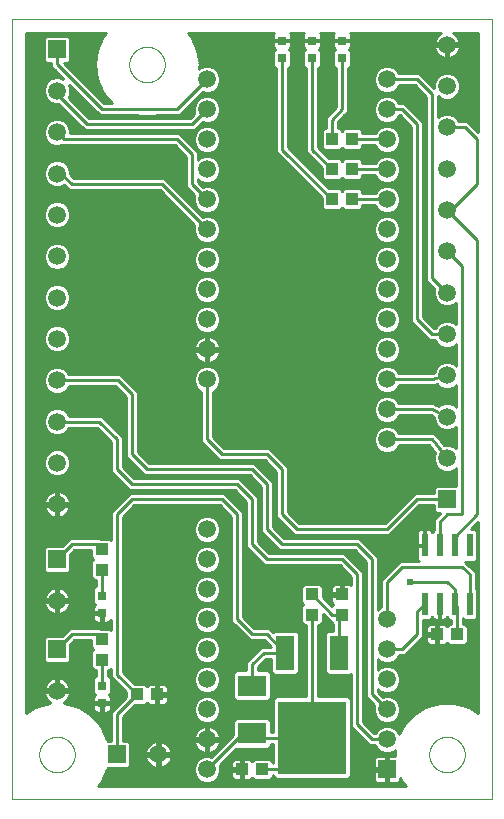
<source format=gtl>
G75*
%MOIN*%
%OFA0B0*%
%FSLAX25Y25*%
%IPPOS*%
%LPD*%
%AMOC8*
5,1,8,0,0,1.08239X$1,22.5*
%
%ADD10C,0.00000*%
%ADD11R,0.04331X0.03937*%
%ADD12R,0.22835X0.24409*%
%ADD13R,0.06299X0.11811*%
%ADD14C,0.05937*%
%ADD15R,0.05937X0.05937*%
%ADD16R,0.03150X0.03150*%
%ADD17R,0.03937X0.04331*%
%ADD18R,0.02200X0.07800*%
%ADD19R,0.09449X0.07087*%
%ADD20C,0.01000*%
%ADD21C,0.02387*%
D10*
X0004017Y0007163D02*
X0004017Y0267164D01*
X0163938Y0267164D01*
X0163938Y0007163D01*
X0004017Y0007163D01*
X0013111Y0022163D02*
X0013113Y0022316D01*
X0013119Y0022470D01*
X0013129Y0022623D01*
X0013143Y0022775D01*
X0013161Y0022928D01*
X0013183Y0023079D01*
X0013208Y0023230D01*
X0013238Y0023381D01*
X0013272Y0023531D01*
X0013309Y0023679D01*
X0013350Y0023827D01*
X0013395Y0023973D01*
X0013444Y0024119D01*
X0013497Y0024263D01*
X0013553Y0024405D01*
X0013613Y0024546D01*
X0013677Y0024686D01*
X0013744Y0024824D01*
X0013815Y0024960D01*
X0013890Y0025094D01*
X0013967Y0025226D01*
X0014049Y0025356D01*
X0014133Y0025484D01*
X0014221Y0025610D01*
X0014312Y0025733D01*
X0014406Y0025854D01*
X0014504Y0025972D01*
X0014604Y0026088D01*
X0014708Y0026201D01*
X0014814Y0026312D01*
X0014923Y0026420D01*
X0015035Y0026525D01*
X0015149Y0026626D01*
X0015267Y0026725D01*
X0015386Y0026821D01*
X0015508Y0026914D01*
X0015633Y0027003D01*
X0015760Y0027090D01*
X0015889Y0027172D01*
X0016020Y0027252D01*
X0016153Y0027328D01*
X0016288Y0027401D01*
X0016425Y0027470D01*
X0016564Y0027535D01*
X0016704Y0027597D01*
X0016846Y0027655D01*
X0016989Y0027710D01*
X0017134Y0027761D01*
X0017280Y0027808D01*
X0017427Y0027851D01*
X0017575Y0027890D01*
X0017724Y0027926D01*
X0017874Y0027957D01*
X0018025Y0027985D01*
X0018176Y0028009D01*
X0018329Y0028029D01*
X0018481Y0028045D01*
X0018634Y0028057D01*
X0018787Y0028065D01*
X0018940Y0028069D01*
X0019094Y0028069D01*
X0019247Y0028065D01*
X0019400Y0028057D01*
X0019553Y0028045D01*
X0019705Y0028029D01*
X0019858Y0028009D01*
X0020009Y0027985D01*
X0020160Y0027957D01*
X0020310Y0027926D01*
X0020459Y0027890D01*
X0020607Y0027851D01*
X0020754Y0027808D01*
X0020900Y0027761D01*
X0021045Y0027710D01*
X0021188Y0027655D01*
X0021330Y0027597D01*
X0021470Y0027535D01*
X0021609Y0027470D01*
X0021746Y0027401D01*
X0021881Y0027328D01*
X0022014Y0027252D01*
X0022145Y0027172D01*
X0022274Y0027090D01*
X0022401Y0027003D01*
X0022526Y0026914D01*
X0022648Y0026821D01*
X0022767Y0026725D01*
X0022885Y0026626D01*
X0022999Y0026525D01*
X0023111Y0026420D01*
X0023220Y0026312D01*
X0023326Y0026201D01*
X0023430Y0026088D01*
X0023530Y0025972D01*
X0023628Y0025854D01*
X0023722Y0025733D01*
X0023813Y0025610D01*
X0023901Y0025484D01*
X0023985Y0025356D01*
X0024067Y0025226D01*
X0024144Y0025094D01*
X0024219Y0024960D01*
X0024290Y0024824D01*
X0024357Y0024686D01*
X0024421Y0024546D01*
X0024481Y0024405D01*
X0024537Y0024263D01*
X0024590Y0024119D01*
X0024639Y0023973D01*
X0024684Y0023827D01*
X0024725Y0023679D01*
X0024762Y0023531D01*
X0024796Y0023381D01*
X0024826Y0023230D01*
X0024851Y0023079D01*
X0024873Y0022928D01*
X0024891Y0022775D01*
X0024905Y0022623D01*
X0024915Y0022470D01*
X0024921Y0022316D01*
X0024923Y0022163D01*
X0024921Y0022010D01*
X0024915Y0021856D01*
X0024905Y0021703D01*
X0024891Y0021551D01*
X0024873Y0021398D01*
X0024851Y0021247D01*
X0024826Y0021096D01*
X0024796Y0020945D01*
X0024762Y0020795D01*
X0024725Y0020647D01*
X0024684Y0020499D01*
X0024639Y0020353D01*
X0024590Y0020207D01*
X0024537Y0020063D01*
X0024481Y0019921D01*
X0024421Y0019780D01*
X0024357Y0019640D01*
X0024290Y0019502D01*
X0024219Y0019366D01*
X0024144Y0019232D01*
X0024067Y0019100D01*
X0023985Y0018970D01*
X0023901Y0018842D01*
X0023813Y0018716D01*
X0023722Y0018593D01*
X0023628Y0018472D01*
X0023530Y0018354D01*
X0023430Y0018238D01*
X0023326Y0018125D01*
X0023220Y0018014D01*
X0023111Y0017906D01*
X0022999Y0017801D01*
X0022885Y0017700D01*
X0022767Y0017601D01*
X0022648Y0017505D01*
X0022526Y0017412D01*
X0022401Y0017323D01*
X0022274Y0017236D01*
X0022145Y0017154D01*
X0022014Y0017074D01*
X0021881Y0016998D01*
X0021746Y0016925D01*
X0021609Y0016856D01*
X0021470Y0016791D01*
X0021330Y0016729D01*
X0021188Y0016671D01*
X0021045Y0016616D01*
X0020900Y0016565D01*
X0020754Y0016518D01*
X0020607Y0016475D01*
X0020459Y0016436D01*
X0020310Y0016400D01*
X0020160Y0016369D01*
X0020009Y0016341D01*
X0019858Y0016317D01*
X0019705Y0016297D01*
X0019553Y0016281D01*
X0019400Y0016269D01*
X0019247Y0016261D01*
X0019094Y0016257D01*
X0018940Y0016257D01*
X0018787Y0016261D01*
X0018634Y0016269D01*
X0018481Y0016281D01*
X0018329Y0016297D01*
X0018176Y0016317D01*
X0018025Y0016341D01*
X0017874Y0016369D01*
X0017724Y0016400D01*
X0017575Y0016436D01*
X0017427Y0016475D01*
X0017280Y0016518D01*
X0017134Y0016565D01*
X0016989Y0016616D01*
X0016846Y0016671D01*
X0016704Y0016729D01*
X0016564Y0016791D01*
X0016425Y0016856D01*
X0016288Y0016925D01*
X0016153Y0016998D01*
X0016020Y0017074D01*
X0015889Y0017154D01*
X0015760Y0017236D01*
X0015633Y0017323D01*
X0015508Y0017412D01*
X0015386Y0017505D01*
X0015267Y0017601D01*
X0015149Y0017700D01*
X0015035Y0017801D01*
X0014923Y0017906D01*
X0014814Y0018014D01*
X0014708Y0018125D01*
X0014604Y0018238D01*
X0014504Y0018354D01*
X0014406Y0018472D01*
X0014312Y0018593D01*
X0014221Y0018716D01*
X0014133Y0018842D01*
X0014049Y0018970D01*
X0013967Y0019100D01*
X0013890Y0019232D01*
X0013815Y0019366D01*
X0013744Y0019502D01*
X0013677Y0019640D01*
X0013613Y0019780D01*
X0013553Y0019921D01*
X0013497Y0020063D01*
X0013444Y0020207D01*
X0013395Y0020353D01*
X0013350Y0020499D01*
X0013309Y0020647D01*
X0013272Y0020795D01*
X0013238Y0020945D01*
X0013208Y0021096D01*
X0013183Y0021247D01*
X0013161Y0021398D01*
X0013143Y0021551D01*
X0013129Y0021703D01*
X0013119Y0021856D01*
X0013113Y0022010D01*
X0013111Y0022163D01*
X0143111Y0022163D02*
X0143113Y0022316D01*
X0143119Y0022470D01*
X0143129Y0022623D01*
X0143143Y0022775D01*
X0143161Y0022928D01*
X0143183Y0023079D01*
X0143208Y0023230D01*
X0143238Y0023381D01*
X0143272Y0023531D01*
X0143309Y0023679D01*
X0143350Y0023827D01*
X0143395Y0023973D01*
X0143444Y0024119D01*
X0143497Y0024263D01*
X0143553Y0024405D01*
X0143613Y0024546D01*
X0143677Y0024686D01*
X0143744Y0024824D01*
X0143815Y0024960D01*
X0143890Y0025094D01*
X0143967Y0025226D01*
X0144049Y0025356D01*
X0144133Y0025484D01*
X0144221Y0025610D01*
X0144312Y0025733D01*
X0144406Y0025854D01*
X0144504Y0025972D01*
X0144604Y0026088D01*
X0144708Y0026201D01*
X0144814Y0026312D01*
X0144923Y0026420D01*
X0145035Y0026525D01*
X0145149Y0026626D01*
X0145267Y0026725D01*
X0145386Y0026821D01*
X0145508Y0026914D01*
X0145633Y0027003D01*
X0145760Y0027090D01*
X0145889Y0027172D01*
X0146020Y0027252D01*
X0146153Y0027328D01*
X0146288Y0027401D01*
X0146425Y0027470D01*
X0146564Y0027535D01*
X0146704Y0027597D01*
X0146846Y0027655D01*
X0146989Y0027710D01*
X0147134Y0027761D01*
X0147280Y0027808D01*
X0147427Y0027851D01*
X0147575Y0027890D01*
X0147724Y0027926D01*
X0147874Y0027957D01*
X0148025Y0027985D01*
X0148176Y0028009D01*
X0148329Y0028029D01*
X0148481Y0028045D01*
X0148634Y0028057D01*
X0148787Y0028065D01*
X0148940Y0028069D01*
X0149094Y0028069D01*
X0149247Y0028065D01*
X0149400Y0028057D01*
X0149553Y0028045D01*
X0149705Y0028029D01*
X0149858Y0028009D01*
X0150009Y0027985D01*
X0150160Y0027957D01*
X0150310Y0027926D01*
X0150459Y0027890D01*
X0150607Y0027851D01*
X0150754Y0027808D01*
X0150900Y0027761D01*
X0151045Y0027710D01*
X0151188Y0027655D01*
X0151330Y0027597D01*
X0151470Y0027535D01*
X0151609Y0027470D01*
X0151746Y0027401D01*
X0151881Y0027328D01*
X0152014Y0027252D01*
X0152145Y0027172D01*
X0152274Y0027090D01*
X0152401Y0027003D01*
X0152526Y0026914D01*
X0152648Y0026821D01*
X0152767Y0026725D01*
X0152885Y0026626D01*
X0152999Y0026525D01*
X0153111Y0026420D01*
X0153220Y0026312D01*
X0153326Y0026201D01*
X0153430Y0026088D01*
X0153530Y0025972D01*
X0153628Y0025854D01*
X0153722Y0025733D01*
X0153813Y0025610D01*
X0153901Y0025484D01*
X0153985Y0025356D01*
X0154067Y0025226D01*
X0154144Y0025094D01*
X0154219Y0024960D01*
X0154290Y0024824D01*
X0154357Y0024686D01*
X0154421Y0024546D01*
X0154481Y0024405D01*
X0154537Y0024263D01*
X0154590Y0024119D01*
X0154639Y0023973D01*
X0154684Y0023827D01*
X0154725Y0023679D01*
X0154762Y0023531D01*
X0154796Y0023381D01*
X0154826Y0023230D01*
X0154851Y0023079D01*
X0154873Y0022928D01*
X0154891Y0022775D01*
X0154905Y0022623D01*
X0154915Y0022470D01*
X0154921Y0022316D01*
X0154923Y0022163D01*
X0154921Y0022010D01*
X0154915Y0021856D01*
X0154905Y0021703D01*
X0154891Y0021551D01*
X0154873Y0021398D01*
X0154851Y0021247D01*
X0154826Y0021096D01*
X0154796Y0020945D01*
X0154762Y0020795D01*
X0154725Y0020647D01*
X0154684Y0020499D01*
X0154639Y0020353D01*
X0154590Y0020207D01*
X0154537Y0020063D01*
X0154481Y0019921D01*
X0154421Y0019780D01*
X0154357Y0019640D01*
X0154290Y0019502D01*
X0154219Y0019366D01*
X0154144Y0019232D01*
X0154067Y0019100D01*
X0153985Y0018970D01*
X0153901Y0018842D01*
X0153813Y0018716D01*
X0153722Y0018593D01*
X0153628Y0018472D01*
X0153530Y0018354D01*
X0153430Y0018238D01*
X0153326Y0018125D01*
X0153220Y0018014D01*
X0153111Y0017906D01*
X0152999Y0017801D01*
X0152885Y0017700D01*
X0152767Y0017601D01*
X0152648Y0017505D01*
X0152526Y0017412D01*
X0152401Y0017323D01*
X0152274Y0017236D01*
X0152145Y0017154D01*
X0152014Y0017074D01*
X0151881Y0016998D01*
X0151746Y0016925D01*
X0151609Y0016856D01*
X0151470Y0016791D01*
X0151330Y0016729D01*
X0151188Y0016671D01*
X0151045Y0016616D01*
X0150900Y0016565D01*
X0150754Y0016518D01*
X0150607Y0016475D01*
X0150459Y0016436D01*
X0150310Y0016400D01*
X0150160Y0016369D01*
X0150009Y0016341D01*
X0149858Y0016317D01*
X0149705Y0016297D01*
X0149553Y0016281D01*
X0149400Y0016269D01*
X0149247Y0016261D01*
X0149094Y0016257D01*
X0148940Y0016257D01*
X0148787Y0016261D01*
X0148634Y0016269D01*
X0148481Y0016281D01*
X0148329Y0016297D01*
X0148176Y0016317D01*
X0148025Y0016341D01*
X0147874Y0016369D01*
X0147724Y0016400D01*
X0147575Y0016436D01*
X0147427Y0016475D01*
X0147280Y0016518D01*
X0147134Y0016565D01*
X0146989Y0016616D01*
X0146846Y0016671D01*
X0146704Y0016729D01*
X0146564Y0016791D01*
X0146425Y0016856D01*
X0146288Y0016925D01*
X0146153Y0016998D01*
X0146020Y0017074D01*
X0145889Y0017154D01*
X0145760Y0017236D01*
X0145633Y0017323D01*
X0145508Y0017412D01*
X0145386Y0017505D01*
X0145267Y0017601D01*
X0145149Y0017700D01*
X0145035Y0017801D01*
X0144923Y0017906D01*
X0144814Y0018014D01*
X0144708Y0018125D01*
X0144604Y0018238D01*
X0144504Y0018354D01*
X0144406Y0018472D01*
X0144312Y0018593D01*
X0144221Y0018716D01*
X0144133Y0018842D01*
X0144049Y0018970D01*
X0143967Y0019100D01*
X0143890Y0019232D01*
X0143815Y0019366D01*
X0143744Y0019502D01*
X0143677Y0019640D01*
X0143613Y0019780D01*
X0143553Y0019921D01*
X0143497Y0020063D01*
X0143444Y0020207D01*
X0143395Y0020353D01*
X0143350Y0020499D01*
X0143309Y0020647D01*
X0143272Y0020795D01*
X0143238Y0020945D01*
X0143208Y0021096D01*
X0143183Y0021247D01*
X0143161Y0021398D01*
X0143143Y0021551D01*
X0143129Y0021703D01*
X0143119Y0021856D01*
X0143113Y0022010D01*
X0143111Y0022163D01*
X0043111Y0252163D02*
X0043113Y0252316D01*
X0043119Y0252470D01*
X0043129Y0252623D01*
X0043143Y0252775D01*
X0043161Y0252928D01*
X0043183Y0253079D01*
X0043208Y0253230D01*
X0043238Y0253381D01*
X0043272Y0253531D01*
X0043309Y0253679D01*
X0043350Y0253827D01*
X0043395Y0253973D01*
X0043444Y0254119D01*
X0043497Y0254263D01*
X0043553Y0254405D01*
X0043613Y0254546D01*
X0043677Y0254686D01*
X0043744Y0254824D01*
X0043815Y0254960D01*
X0043890Y0255094D01*
X0043967Y0255226D01*
X0044049Y0255356D01*
X0044133Y0255484D01*
X0044221Y0255610D01*
X0044312Y0255733D01*
X0044406Y0255854D01*
X0044504Y0255972D01*
X0044604Y0256088D01*
X0044708Y0256201D01*
X0044814Y0256312D01*
X0044923Y0256420D01*
X0045035Y0256525D01*
X0045149Y0256626D01*
X0045267Y0256725D01*
X0045386Y0256821D01*
X0045508Y0256914D01*
X0045633Y0257003D01*
X0045760Y0257090D01*
X0045889Y0257172D01*
X0046020Y0257252D01*
X0046153Y0257328D01*
X0046288Y0257401D01*
X0046425Y0257470D01*
X0046564Y0257535D01*
X0046704Y0257597D01*
X0046846Y0257655D01*
X0046989Y0257710D01*
X0047134Y0257761D01*
X0047280Y0257808D01*
X0047427Y0257851D01*
X0047575Y0257890D01*
X0047724Y0257926D01*
X0047874Y0257957D01*
X0048025Y0257985D01*
X0048176Y0258009D01*
X0048329Y0258029D01*
X0048481Y0258045D01*
X0048634Y0258057D01*
X0048787Y0258065D01*
X0048940Y0258069D01*
X0049094Y0258069D01*
X0049247Y0258065D01*
X0049400Y0258057D01*
X0049553Y0258045D01*
X0049705Y0258029D01*
X0049858Y0258009D01*
X0050009Y0257985D01*
X0050160Y0257957D01*
X0050310Y0257926D01*
X0050459Y0257890D01*
X0050607Y0257851D01*
X0050754Y0257808D01*
X0050900Y0257761D01*
X0051045Y0257710D01*
X0051188Y0257655D01*
X0051330Y0257597D01*
X0051470Y0257535D01*
X0051609Y0257470D01*
X0051746Y0257401D01*
X0051881Y0257328D01*
X0052014Y0257252D01*
X0052145Y0257172D01*
X0052274Y0257090D01*
X0052401Y0257003D01*
X0052526Y0256914D01*
X0052648Y0256821D01*
X0052767Y0256725D01*
X0052885Y0256626D01*
X0052999Y0256525D01*
X0053111Y0256420D01*
X0053220Y0256312D01*
X0053326Y0256201D01*
X0053430Y0256088D01*
X0053530Y0255972D01*
X0053628Y0255854D01*
X0053722Y0255733D01*
X0053813Y0255610D01*
X0053901Y0255484D01*
X0053985Y0255356D01*
X0054067Y0255226D01*
X0054144Y0255094D01*
X0054219Y0254960D01*
X0054290Y0254824D01*
X0054357Y0254686D01*
X0054421Y0254546D01*
X0054481Y0254405D01*
X0054537Y0254263D01*
X0054590Y0254119D01*
X0054639Y0253973D01*
X0054684Y0253827D01*
X0054725Y0253679D01*
X0054762Y0253531D01*
X0054796Y0253381D01*
X0054826Y0253230D01*
X0054851Y0253079D01*
X0054873Y0252928D01*
X0054891Y0252775D01*
X0054905Y0252623D01*
X0054915Y0252470D01*
X0054921Y0252316D01*
X0054923Y0252163D01*
X0054921Y0252010D01*
X0054915Y0251856D01*
X0054905Y0251703D01*
X0054891Y0251551D01*
X0054873Y0251398D01*
X0054851Y0251247D01*
X0054826Y0251096D01*
X0054796Y0250945D01*
X0054762Y0250795D01*
X0054725Y0250647D01*
X0054684Y0250499D01*
X0054639Y0250353D01*
X0054590Y0250207D01*
X0054537Y0250063D01*
X0054481Y0249921D01*
X0054421Y0249780D01*
X0054357Y0249640D01*
X0054290Y0249502D01*
X0054219Y0249366D01*
X0054144Y0249232D01*
X0054067Y0249100D01*
X0053985Y0248970D01*
X0053901Y0248842D01*
X0053813Y0248716D01*
X0053722Y0248593D01*
X0053628Y0248472D01*
X0053530Y0248354D01*
X0053430Y0248238D01*
X0053326Y0248125D01*
X0053220Y0248014D01*
X0053111Y0247906D01*
X0052999Y0247801D01*
X0052885Y0247700D01*
X0052767Y0247601D01*
X0052648Y0247505D01*
X0052526Y0247412D01*
X0052401Y0247323D01*
X0052274Y0247236D01*
X0052145Y0247154D01*
X0052014Y0247074D01*
X0051881Y0246998D01*
X0051746Y0246925D01*
X0051609Y0246856D01*
X0051470Y0246791D01*
X0051330Y0246729D01*
X0051188Y0246671D01*
X0051045Y0246616D01*
X0050900Y0246565D01*
X0050754Y0246518D01*
X0050607Y0246475D01*
X0050459Y0246436D01*
X0050310Y0246400D01*
X0050160Y0246369D01*
X0050009Y0246341D01*
X0049858Y0246317D01*
X0049705Y0246297D01*
X0049553Y0246281D01*
X0049400Y0246269D01*
X0049247Y0246261D01*
X0049094Y0246257D01*
X0048940Y0246257D01*
X0048787Y0246261D01*
X0048634Y0246269D01*
X0048481Y0246281D01*
X0048329Y0246297D01*
X0048176Y0246317D01*
X0048025Y0246341D01*
X0047874Y0246369D01*
X0047724Y0246400D01*
X0047575Y0246436D01*
X0047427Y0246475D01*
X0047280Y0246518D01*
X0047134Y0246565D01*
X0046989Y0246616D01*
X0046846Y0246671D01*
X0046704Y0246729D01*
X0046564Y0246791D01*
X0046425Y0246856D01*
X0046288Y0246925D01*
X0046153Y0246998D01*
X0046020Y0247074D01*
X0045889Y0247154D01*
X0045760Y0247236D01*
X0045633Y0247323D01*
X0045508Y0247412D01*
X0045386Y0247505D01*
X0045267Y0247601D01*
X0045149Y0247700D01*
X0045035Y0247801D01*
X0044923Y0247906D01*
X0044814Y0248014D01*
X0044708Y0248125D01*
X0044604Y0248238D01*
X0044504Y0248354D01*
X0044406Y0248472D01*
X0044312Y0248593D01*
X0044221Y0248716D01*
X0044133Y0248842D01*
X0044049Y0248970D01*
X0043967Y0249100D01*
X0043890Y0249232D01*
X0043815Y0249366D01*
X0043744Y0249502D01*
X0043677Y0249640D01*
X0043613Y0249780D01*
X0043553Y0249921D01*
X0043497Y0250063D01*
X0043444Y0250207D01*
X0043395Y0250353D01*
X0043350Y0250499D01*
X0043309Y0250647D01*
X0043272Y0250795D01*
X0043238Y0250945D01*
X0043208Y0251096D01*
X0043183Y0251247D01*
X0043161Y0251398D01*
X0043143Y0251551D01*
X0043129Y0251703D01*
X0043119Y0251856D01*
X0043113Y0252010D01*
X0043111Y0252163D01*
D11*
X0034017Y0090510D03*
X0034017Y0083817D03*
X0034017Y0060510D03*
X0034017Y0053817D03*
X0045670Y0042163D03*
X0052363Y0042163D03*
X0080670Y0017163D03*
X0087363Y0017163D03*
X0104017Y0068817D03*
X0104017Y0075510D03*
X0114017Y0075510D03*
X0114017Y0068817D03*
X0145670Y0062163D03*
X0152363Y0062163D03*
D12*
X0104017Y0027793D03*
D13*
X0112993Y0056061D03*
X0095040Y0056061D03*
D14*
X0069017Y0057163D03*
X0069017Y0067163D03*
X0069017Y0077163D03*
X0069017Y0087163D03*
X0069017Y0097163D03*
X0069017Y0147163D03*
X0069017Y0157163D03*
X0069017Y0167163D03*
X0069017Y0177163D03*
X0069017Y0187163D03*
X0069017Y0197163D03*
X0069017Y0207163D03*
X0069017Y0217163D03*
X0069017Y0227163D03*
X0069017Y0237163D03*
X0069017Y0247163D03*
X0019017Y0243384D03*
X0019017Y0229604D03*
X0019017Y0215825D03*
X0019017Y0202045D03*
X0019017Y0188266D03*
X0019017Y0174486D03*
X0019017Y0160707D03*
X0019017Y0146927D03*
X0019017Y0133148D03*
X0019017Y0119368D03*
X0019017Y0105588D03*
X0019017Y0073384D03*
X0019017Y0043384D03*
X0052796Y0022163D03*
X0069017Y0017163D03*
X0069017Y0027163D03*
X0069017Y0037163D03*
X0069017Y0047163D03*
X0129017Y0047163D03*
X0129017Y0037163D03*
X0129017Y0027163D03*
X0129017Y0057163D03*
X0129017Y0067163D03*
X0149017Y0120943D03*
X0149017Y0134722D03*
X0149017Y0148502D03*
X0149017Y0162281D03*
X0149017Y0176061D03*
X0149017Y0189840D03*
X0149017Y0203620D03*
X0149017Y0217399D03*
X0149017Y0231179D03*
X0149017Y0244959D03*
X0149017Y0258738D03*
X0129017Y0247163D03*
X0129017Y0237163D03*
X0129017Y0227163D03*
X0129017Y0217163D03*
X0129017Y0207163D03*
X0129017Y0197163D03*
X0129017Y0187163D03*
X0129017Y0177163D03*
X0129017Y0167163D03*
X0129017Y0157163D03*
X0129017Y0147163D03*
X0129017Y0137163D03*
X0129017Y0127163D03*
D15*
X0149017Y0107163D03*
X0129017Y0017163D03*
X0039017Y0022163D03*
X0019017Y0057163D03*
X0019017Y0087163D03*
X0019017Y0257163D03*
D16*
X0094017Y0254210D03*
X0094017Y0260116D03*
X0104017Y0260116D03*
X0104017Y0254210D03*
X0114017Y0254210D03*
X0114017Y0260116D03*
X0034017Y0075116D03*
X0034017Y0069210D03*
X0034017Y0045116D03*
X0034017Y0039210D03*
D17*
X0110670Y0207163D03*
X0117363Y0207163D03*
X0117363Y0217163D03*
X0110670Y0217163D03*
X0110670Y0227163D03*
X0117363Y0227163D03*
D18*
X0141517Y0091863D03*
X0146517Y0091863D03*
X0151517Y0091863D03*
X0156517Y0091863D03*
X0156517Y0072463D03*
X0151517Y0072463D03*
X0146517Y0072463D03*
X0141517Y0072463D03*
D19*
X0084017Y0045136D03*
X0084017Y0029191D03*
D20*
X0081044Y0029191D01*
X0069017Y0017163D01*
X0070437Y0021412D02*
X0069905Y0021632D01*
X0068128Y0021632D01*
X0066485Y0020951D01*
X0065228Y0019694D01*
X0064548Y0018052D01*
X0064548Y0016274D01*
X0065228Y0014632D01*
X0066485Y0013375D01*
X0068128Y0012695D01*
X0069905Y0012695D01*
X0071548Y0013375D01*
X0072805Y0014632D01*
X0073485Y0016274D01*
X0073485Y0018052D01*
X0073265Y0018583D01*
X0078829Y0024148D01*
X0089362Y0024148D01*
X0090241Y0025026D01*
X0090241Y0025793D01*
X0091099Y0025793D01*
X0091099Y0019163D01*
X0091028Y0019163D01*
X0091028Y0019753D01*
X0090150Y0020632D01*
X0084576Y0020632D01*
X0084017Y0020072D01*
X0083756Y0020332D01*
X0083414Y0020530D01*
X0083033Y0020632D01*
X0081154Y0020632D01*
X0081154Y0017648D01*
X0080186Y0017648D01*
X0080186Y0020632D01*
X0078307Y0020632D01*
X0077926Y0020530D01*
X0077584Y0020332D01*
X0077304Y0020053D01*
X0077107Y0019711D01*
X0077005Y0019329D01*
X0077005Y0017648D01*
X0080186Y0017648D01*
X0080186Y0016679D01*
X0081154Y0016679D01*
X0081154Y0013695D01*
X0083033Y0013695D01*
X0083414Y0013797D01*
X0083756Y0013994D01*
X0084017Y0014255D01*
X0084576Y0013695D01*
X0090150Y0013695D01*
X0091028Y0014573D01*
X0091028Y0015163D01*
X0091099Y0015163D01*
X0091099Y0014967D01*
X0091978Y0014088D01*
X0116055Y0014088D01*
X0116934Y0014967D01*
X0116934Y0040619D01*
X0116055Y0041498D01*
X0106017Y0041498D01*
X0106017Y0065348D01*
X0106803Y0065348D01*
X0107682Y0066227D01*
X0107682Y0069016D01*
X0108709Y0067988D01*
X0109881Y0066817D01*
X0110351Y0066817D01*
X0110351Y0066227D01*
X0110993Y0065585D01*
X0110993Y0063466D01*
X0109222Y0063466D01*
X0108343Y0062588D01*
X0108343Y0049534D01*
X0109222Y0048655D01*
X0116764Y0048655D01*
X0117017Y0048908D01*
X0117017Y0031335D01*
X0122017Y0026335D01*
X0123188Y0025163D01*
X0125008Y0025163D01*
X0125228Y0024632D01*
X0126485Y0023375D01*
X0128128Y0022695D01*
X0129905Y0022695D01*
X0131548Y0023375D01*
X0131715Y0023542D01*
X0131517Y0022163D01*
X0131593Y0021632D01*
X0129501Y0021632D01*
X0129501Y0017648D01*
X0128532Y0017648D01*
X0128532Y0021632D01*
X0125851Y0021632D01*
X0125469Y0021530D01*
X0125127Y0021332D01*
X0124848Y0021053D01*
X0124650Y0020711D01*
X0124548Y0020329D01*
X0124548Y0017648D01*
X0128532Y0017648D01*
X0128532Y0016679D01*
X0124548Y0016679D01*
X0124548Y0013997D01*
X0124650Y0013616D01*
X0124848Y0013274D01*
X0125127Y0012994D01*
X0125469Y0012797D01*
X0125851Y0012695D01*
X0128532Y0012695D01*
X0128532Y0016679D01*
X0129501Y0016679D01*
X0129501Y0012695D01*
X0132183Y0012695D01*
X0132564Y0012797D01*
X0132906Y0012994D01*
X0133185Y0013274D01*
X0133383Y0013616D01*
X0133485Y0013997D01*
X0133485Y0014475D01*
X0134295Y0012702D01*
X0135195Y0011663D01*
X0032838Y0011663D01*
X0033738Y0012702D01*
X0035808Y0017233D01*
X0035874Y0017695D01*
X0042606Y0017695D01*
X0043485Y0018573D01*
X0043485Y0025753D01*
X0042606Y0026632D01*
X0041017Y0026632D01*
X0041017Y0034681D01*
X0045030Y0038695D01*
X0048457Y0038695D01*
X0049017Y0039255D01*
X0049277Y0038994D01*
X0049619Y0038797D01*
X0050000Y0038695D01*
X0051879Y0038695D01*
X0051879Y0041679D01*
X0052847Y0041679D01*
X0052847Y0038695D01*
X0054726Y0038695D01*
X0055107Y0038797D01*
X0055449Y0038994D01*
X0055729Y0039274D01*
X0055926Y0039616D01*
X0056028Y0039997D01*
X0056028Y0041679D01*
X0052847Y0041679D01*
X0052847Y0042648D01*
X0051879Y0042648D01*
X0051879Y0045632D01*
X0050000Y0045632D01*
X0049619Y0045530D01*
X0049277Y0045332D01*
X0049017Y0045072D01*
X0048457Y0045632D01*
X0045030Y0045632D01*
X0041017Y0049645D01*
X0041017Y0101335D01*
X0044845Y0105163D01*
X0073188Y0105163D01*
X0077017Y0101335D01*
X0077017Y0066335D01*
X0078188Y0065163D01*
X0083188Y0060163D01*
X0088109Y0060163D01*
X0090212Y0058061D01*
X0087086Y0058061D01*
X0085914Y0056889D01*
X0082017Y0052992D01*
X0082017Y0050179D01*
X0078671Y0050179D01*
X0077792Y0049300D01*
X0077792Y0040971D01*
X0078671Y0040092D01*
X0089362Y0040092D01*
X0090241Y0040971D01*
X0090241Y0049300D01*
X0089362Y0050179D01*
X0086017Y0050179D01*
X0086017Y0051335D01*
X0088743Y0054061D01*
X0090391Y0054061D01*
X0090391Y0049534D01*
X0091269Y0048655D01*
X0098811Y0048655D01*
X0099690Y0049534D01*
X0099690Y0062588D01*
X0098811Y0063466D01*
X0091269Y0063466D01*
X0090866Y0063063D01*
X0089766Y0064163D01*
X0084845Y0064163D01*
X0081017Y0067992D01*
X0081017Y0102992D01*
X0076017Y0107992D01*
X0074845Y0109163D01*
X0043188Y0109163D01*
X0042017Y0107992D01*
X0038188Y0104163D01*
X0037017Y0102992D01*
X0037017Y0093765D01*
X0036803Y0093978D01*
X0033376Y0093978D01*
X0033191Y0094163D01*
X0023188Y0094163D01*
X0022017Y0092992D01*
X0020657Y0091632D01*
X0015427Y0091632D01*
X0014548Y0090753D01*
X0014548Y0083573D01*
X0015427Y0082695D01*
X0022606Y0082695D01*
X0023485Y0083573D01*
X0023485Y0088803D01*
X0024845Y0090163D01*
X0030351Y0090163D01*
X0030351Y0087920D01*
X0031108Y0087163D01*
X0030351Y0086407D01*
X0030351Y0081227D01*
X0031230Y0080348D01*
X0032017Y0080348D01*
X0032017Y0078191D01*
X0031820Y0078191D01*
X0030942Y0077312D01*
X0030942Y0072920D01*
X0031746Y0072116D01*
X0031521Y0071986D01*
X0031241Y0071706D01*
X0031044Y0071364D01*
X0030942Y0070983D01*
X0030942Y0069498D01*
X0033729Y0069498D01*
X0033729Y0068923D01*
X0030942Y0068923D01*
X0030942Y0067438D01*
X0031044Y0067057D01*
X0031241Y0066715D01*
X0031521Y0066435D01*
X0031863Y0066238D01*
X0032244Y0066136D01*
X0033729Y0066136D01*
X0033729Y0068923D01*
X0034304Y0068923D01*
X0034304Y0066136D01*
X0035789Y0066136D01*
X0036170Y0066238D01*
X0036512Y0066435D01*
X0036792Y0066715D01*
X0036989Y0067057D01*
X0037017Y0067159D01*
X0037017Y0063765D01*
X0036803Y0063978D01*
X0033376Y0063978D01*
X0033191Y0064163D01*
X0023188Y0064163D01*
X0022017Y0062992D01*
X0020657Y0061632D01*
X0015427Y0061632D01*
X0014548Y0060753D01*
X0014548Y0053573D01*
X0015427Y0052695D01*
X0022606Y0052695D01*
X0023485Y0053573D01*
X0023485Y0058803D01*
X0024845Y0060163D01*
X0030351Y0060163D01*
X0030351Y0057920D01*
X0031108Y0057163D01*
X0030351Y0056407D01*
X0030351Y0051227D01*
X0031230Y0050348D01*
X0032017Y0050348D01*
X0032017Y0048191D01*
X0031820Y0048191D01*
X0030942Y0047312D01*
X0030942Y0042920D01*
X0031746Y0042116D01*
X0031521Y0041986D01*
X0031241Y0041706D01*
X0031044Y0041364D01*
X0030942Y0040983D01*
X0030942Y0039498D01*
X0033729Y0039498D01*
X0033729Y0038923D01*
X0030942Y0038923D01*
X0030942Y0037438D01*
X0031044Y0037057D01*
X0031241Y0036715D01*
X0031521Y0036435D01*
X0031863Y0036238D01*
X0032244Y0036136D01*
X0033729Y0036136D01*
X0033729Y0038923D01*
X0034304Y0038923D01*
X0034304Y0036136D01*
X0035789Y0036136D01*
X0036170Y0036238D01*
X0036512Y0036435D01*
X0036792Y0036715D01*
X0036989Y0037057D01*
X0037091Y0037438D01*
X0037091Y0038923D01*
X0034304Y0038923D01*
X0034304Y0039498D01*
X0037091Y0039498D01*
X0037091Y0040983D01*
X0036989Y0041364D01*
X0036792Y0041706D01*
X0036512Y0041986D01*
X0036287Y0042116D01*
X0037091Y0042920D01*
X0037091Y0047312D01*
X0036213Y0048191D01*
X0036017Y0048191D01*
X0036017Y0050348D01*
X0036803Y0050348D01*
X0037017Y0050562D01*
X0037017Y0047988D01*
X0042005Y0043000D01*
X0042005Y0041326D01*
X0038188Y0037510D01*
X0037017Y0036338D01*
X0037017Y0026632D01*
X0035874Y0026632D01*
X0035808Y0027094D01*
X0033738Y0031624D01*
X0033738Y0031624D01*
X0030477Y0035389D01*
X0030477Y0035389D01*
X0026286Y0038082D01*
X0021507Y0039485D01*
X0021208Y0039485D01*
X0021359Y0039562D01*
X0021928Y0039975D01*
X0022425Y0040473D01*
X0022838Y0041042D01*
X0023158Y0041668D01*
X0023375Y0042337D01*
X0023464Y0042899D01*
X0019501Y0042899D01*
X0019501Y0043868D01*
X0023464Y0043868D01*
X0023375Y0044430D01*
X0023158Y0045099D01*
X0022838Y0045726D01*
X0022425Y0046295D01*
X0021928Y0046792D01*
X0021359Y0047206D01*
X0020732Y0047525D01*
X0020063Y0047742D01*
X0019501Y0047831D01*
X0019501Y0043868D01*
X0018532Y0043868D01*
X0018532Y0042899D01*
X0014569Y0042899D01*
X0014658Y0042337D01*
X0014875Y0041668D01*
X0015195Y0041042D01*
X0015608Y0040473D01*
X0016105Y0039975D01*
X0016675Y0039562D01*
X0016825Y0039485D01*
X0016526Y0039485D01*
X0011747Y0038082D01*
X0008517Y0036006D01*
X0008517Y0262664D01*
X0035195Y0262664D01*
X0034295Y0261624D01*
X0032225Y0257094D01*
X0031517Y0252163D01*
X0032225Y0247233D01*
X0034295Y0242702D01*
X0037361Y0239163D01*
X0034845Y0239163D01*
X0021313Y0252695D01*
X0022606Y0252695D01*
X0023485Y0253573D01*
X0023485Y0260753D01*
X0022606Y0261632D01*
X0015427Y0261632D01*
X0014548Y0260753D01*
X0014548Y0253573D01*
X0015427Y0252695D01*
X0017017Y0252695D01*
X0017017Y0251335D01*
X0018188Y0250163D01*
X0020919Y0247432D01*
X0019905Y0247852D01*
X0018128Y0247852D01*
X0016485Y0247172D01*
X0015228Y0245915D01*
X0014548Y0244273D01*
X0014548Y0242495D01*
X0015228Y0240853D01*
X0016485Y0239596D01*
X0018128Y0238915D01*
X0019436Y0238915D01*
X0028188Y0230163D01*
X0064845Y0230163D01*
X0066017Y0231335D01*
X0067596Y0232915D01*
X0068128Y0232695D01*
X0069905Y0232695D01*
X0071548Y0233375D01*
X0072805Y0234632D01*
X0073485Y0236274D01*
X0073485Y0238052D01*
X0072805Y0239694D01*
X0071548Y0240951D01*
X0069905Y0241632D01*
X0068128Y0241632D01*
X0066485Y0240951D01*
X0065228Y0239694D01*
X0064548Y0238052D01*
X0064548Y0236274D01*
X0064768Y0235743D01*
X0063188Y0234163D01*
X0029845Y0234163D01*
X0022908Y0241101D01*
X0023485Y0242495D01*
X0023485Y0244273D01*
X0023065Y0245286D01*
X0033188Y0235163D01*
X0045430Y0235163D01*
X0046526Y0234841D01*
X0051507Y0234841D01*
X0052603Y0235163D01*
X0059845Y0235163D01*
X0061017Y0236335D01*
X0067596Y0242915D01*
X0068128Y0242695D01*
X0069905Y0242695D01*
X0071548Y0243375D01*
X0072805Y0244632D01*
X0073485Y0246274D01*
X0073485Y0248052D01*
X0072805Y0249694D01*
X0071548Y0250951D01*
X0069905Y0251632D01*
X0068128Y0251632D01*
X0066485Y0250951D01*
X0066318Y0250784D01*
X0066517Y0252163D01*
X0065808Y0257094D01*
X0063738Y0261624D01*
X0063738Y0261624D01*
X0062838Y0262664D01*
X0091294Y0262664D01*
X0091241Y0262612D01*
X0091044Y0262270D01*
X0090942Y0261888D01*
X0090942Y0260403D01*
X0093729Y0260403D01*
X0093729Y0259829D01*
X0090942Y0259829D01*
X0090942Y0258344D01*
X0091044Y0257962D01*
X0091241Y0257620D01*
X0091521Y0257341D01*
X0091746Y0257211D01*
X0090942Y0256407D01*
X0090942Y0252014D01*
X0091820Y0251136D01*
X0092017Y0251136D01*
X0092017Y0222988D01*
X0093188Y0221817D01*
X0107202Y0207803D01*
X0107202Y0204377D01*
X0108080Y0203498D01*
X0113260Y0203498D01*
X0114017Y0204255D01*
X0114773Y0203498D01*
X0119953Y0203498D01*
X0120831Y0204377D01*
X0120831Y0205163D01*
X0125008Y0205163D01*
X0125228Y0204632D01*
X0126485Y0203375D01*
X0128128Y0202695D01*
X0129905Y0202695D01*
X0131548Y0203375D01*
X0132805Y0204632D01*
X0133485Y0206274D01*
X0133485Y0208052D01*
X0132805Y0209694D01*
X0131548Y0210951D01*
X0129905Y0211632D01*
X0128128Y0211632D01*
X0126485Y0210951D01*
X0125228Y0209694D01*
X0125008Y0209163D01*
X0120831Y0209163D01*
X0120831Y0209950D01*
X0119953Y0210829D01*
X0114773Y0210829D01*
X0114017Y0210072D01*
X0113260Y0210829D01*
X0109833Y0210829D01*
X0096017Y0224645D01*
X0096017Y0251136D01*
X0096213Y0251136D01*
X0097091Y0252014D01*
X0097091Y0256407D01*
X0096287Y0257211D01*
X0096512Y0257341D01*
X0096792Y0257620D01*
X0096989Y0257962D01*
X0097091Y0258344D01*
X0097091Y0259829D01*
X0094304Y0259829D01*
X0094304Y0260403D01*
X0097091Y0260403D01*
X0097091Y0261888D01*
X0096989Y0262270D01*
X0096792Y0262612D01*
X0096739Y0262664D01*
X0101294Y0262664D01*
X0101241Y0262612D01*
X0101044Y0262270D01*
X0100942Y0261888D01*
X0100942Y0260403D01*
X0103729Y0260403D01*
X0103729Y0259829D01*
X0100942Y0259829D01*
X0100942Y0258344D01*
X0101044Y0257962D01*
X0101241Y0257620D01*
X0101521Y0257341D01*
X0101746Y0257211D01*
X0100942Y0256407D01*
X0100942Y0252014D01*
X0101820Y0251136D01*
X0102017Y0251136D01*
X0102017Y0222988D01*
X0103188Y0221817D01*
X0107202Y0217803D01*
X0107202Y0214377D01*
X0108080Y0213498D01*
X0113260Y0213498D01*
X0114017Y0214255D01*
X0114773Y0213498D01*
X0119953Y0213498D01*
X0120831Y0214377D01*
X0120831Y0215163D01*
X0125008Y0215163D01*
X0125228Y0214632D01*
X0126485Y0213375D01*
X0128128Y0212695D01*
X0129905Y0212695D01*
X0131548Y0213375D01*
X0132805Y0214632D01*
X0133485Y0216274D01*
X0133485Y0218052D01*
X0132805Y0219694D01*
X0131548Y0220951D01*
X0129905Y0221632D01*
X0128128Y0221632D01*
X0126485Y0220951D01*
X0125228Y0219694D01*
X0125008Y0219163D01*
X0120831Y0219163D01*
X0120831Y0219950D01*
X0119953Y0220829D01*
X0114773Y0220829D01*
X0114017Y0220072D01*
X0113260Y0220829D01*
X0109833Y0220829D01*
X0106017Y0224645D01*
X0106017Y0251136D01*
X0106213Y0251136D01*
X0107091Y0252014D01*
X0107091Y0256407D01*
X0106287Y0257211D01*
X0106512Y0257341D01*
X0106792Y0257620D01*
X0106989Y0257962D01*
X0107091Y0258344D01*
X0107091Y0259829D01*
X0104304Y0259829D01*
X0104304Y0260403D01*
X0107091Y0260403D01*
X0107091Y0261888D01*
X0106989Y0262270D01*
X0106792Y0262612D01*
X0106739Y0262664D01*
X0111294Y0262664D01*
X0111241Y0262612D01*
X0111044Y0262270D01*
X0110942Y0261888D01*
X0110942Y0260403D01*
X0113729Y0260403D01*
X0113729Y0259829D01*
X0110942Y0259829D01*
X0110942Y0258344D01*
X0111044Y0257962D01*
X0111241Y0257620D01*
X0111521Y0257341D01*
X0111746Y0257211D01*
X0110942Y0256407D01*
X0110942Y0252014D01*
X0111820Y0251136D01*
X0112017Y0251136D01*
X0112017Y0237992D01*
X0108670Y0234645D01*
X0108670Y0230829D01*
X0108080Y0230829D01*
X0107202Y0229950D01*
X0107202Y0224377D01*
X0108080Y0223498D01*
X0113260Y0223498D01*
X0114017Y0224255D01*
X0114773Y0223498D01*
X0119953Y0223498D01*
X0120831Y0224377D01*
X0120831Y0225163D01*
X0125008Y0225163D01*
X0125228Y0224632D01*
X0126485Y0223375D01*
X0128128Y0222695D01*
X0129905Y0222695D01*
X0131548Y0223375D01*
X0132805Y0224632D01*
X0133485Y0226274D01*
X0133485Y0228052D01*
X0132805Y0229694D01*
X0131548Y0230951D01*
X0129905Y0231632D01*
X0128128Y0231632D01*
X0126485Y0230951D01*
X0125228Y0229694D01*
X0125008Y0229163D01*
X0120831Y0229163D01*
X0120831Y0229950D01*
X0119953Y0230829D01*
X0114773Y0230829D01*
X0114017Y0230072D01*
X0113260Y0230829D01*
X0112670Y0230829D01*
X0112670Y0232988D01*
X0114845Y0235163D01*
X0116017Y0236335D01*
X0116017Y0251136D01*
X0116213Y0251136D01*
X0117091Y0252014D01*
X0117091Y0256407D01*
X0116287Y0257211D01*
X0116512Y0257341D01*
X0116792Y0257620D01*
X0116989Y0257962D01*
X0117091Y0258344D01*
X0117091Y0259829D01*
X0114304Y0259829D01*
X0114304Y0260403D01*
X0117091Y0260403D01*
X0117091Y0261888D01*
X0116989Y0262270D01*
X0116792Y0262612D01*
X0116739Y0262664D01*
X0146879Y0262664D01*
X0146675Y0262560D01*
X0146105Y0262146D01*
X0145608Y0261649D01*
X0145195Y0261080D01*
X0144875Y0260453D01*
X0144658Y0259784D01*
X0144569Y0259222D01*
X0148532Y0259222D01*
X0148532Y0258254D01*
X0144569Y0258254D01*
X0144658Y0257692D01*
X0144875Y0257023D01*
X0145195Y0256396D01*
X0145608Y0255827D01*
X0146105Y0255330D01*
X0146675Y0254916D01*
X0147301Y0254597D01*
X0147970Y0254380D01*
X0148532Y0254291D01*
X0148532Y0258254D01*
X0149501Y0258254D01*
X0149501Y0259222D01*
X0153464Y0259222D01*
X0153375Y0259784D01*
X0153158Y0260453D01*
X0152838Y0261080D01*
X0152425Y0261649D01*
X0151928Y0262146D01*
X0151359Y0262560D01*
X0151154Y0262664D01*
X0159438Y0262664D01*
X0159438Y0229570D01*
X0157001Y0232007D01*
X0155829Y0233179D01*
X0153025Y0233179D01*
X0152805Y0233710D01*
X0151548Y0234967D01*
X0149905Y0235647D01*
X0148128Y0235647D01*
X0146485Y0234967D01*
X0146017Y0234498D01*
X0146017Y0241639D01*
X0146485Y0241170D01*
X0148128Y0240490D01*
X0149905Y0240490D01*
X0151548Y0241170D01*
X0152805Y0242427D01*
X0153485Y0244070D01*
X0153485Y0245847D01*
X0152805Y0247490D01*
X0151548Y0248747D01*
X0149905Y0249427D01*
X0148128Y0249427D01*
X0146485Y0248747D01*
X0145228Y0247490D01*
X0144548Y0245847D01*
X0144548Y0244460D01*
X0139845Y0249163D01*
X0133025Y0249163D01*
X0132805Y0249694D01*
X0131548Y0250951D01*
X0129905Y0251632D01*
X0128128Y0251632D01*
X0126485Y0250951D01*
X0125228Y0249694D01*
X0124548Y0248052D01*
X0124548Y0246274D01*
X0125228Y0244632D01*
X0126485Y0243375D01*
X0128128Y0242695D01*
X0129905Y0242695D01*
X0131548Y0243375D01*
X0132805Y0244632D01*
X0133025Y0245163D01*
X0138188Y0245163D01*
X0142017Y0241335D01*
X0142017Y0180232D01*
X0144768Y0177481D01*
X0144548Y0176950D01*
X0144548Y0175172D01*
X0145228Y0173530D01*
X0146485Y0172273D01*
X0148128Y0171592D01*
X0149905Y0171592D01*
X0151548Y0172273D01*
X0152017Y0172741D01*
X0152017Y0165601D01*
X0151548Y0166070D01*
X0149905Y0166750D01*
X0148128Y0166750D01*
X0146485Y0166070D01*
X0145228Y0164813D01*
X0145008Y0164281D01*
X0144727Y0164281D01*
X0141017Y0167992D01*
X0141017Y0232992D01*
X0139845Y0234163D01*
X0134845Y0239163D01*
X0133025Y0239163D01*
X0132805Y0239694D01*
X0131548Y0240951D01*
X0129905Y0241632D01*
X0128128Y0241632D01*
X0126485Y0240951D01*
X0125228Y0239694D01*
X0124548Y0238052D01*
X0124548Y0236274D01*
X0125228Y0234632D01*
X0126485Y0233375D01*
X0128128Y0232695D01*
X0129905Y0232695D01*
X0131548Y0233375D01*
X0132805Y0234632D01*
X0133025Y0235163D01*
X0133188Y0235163D01*
X0137017Y0231335D01*
X0137017Y0166335D01*
X0141898Y0161453D01*
X0143070Y0160281D01*
X0145008Y0160281D01*
X0145228Y0159750D01*
X0146485Y0158493D01*
X0148128Y0157813D01*
X0149905Y0157813D01*
X0151548Y0158493D01*
X0152017Y0158962D01*
X0152017Y0151821D01*
X0151548Y0152290D01*
X0149905Y0152970D01*
X0148128Y0152970D01*
X0146485Y0152290D01*
X0145228Y0151033D01*
X0144548Y0149391D01*
X0144548Y0149376D01*
X0143753Y0149163D01*
X0133025Y0149163D01*
X0132805Y0149694D01*
X0131548Y0150951D01*
X0129905Y0151632D01*
X0128128Y0151632D01*
X0126485Y0150951D01*
X0125228Y0149694D01*
X0124548Y0148052D01*
X0124548Y0146274D01*
X0125228Y0144632D01*
X0126485Y0143375D01*
X0128128Y0142695D01*
X0129905Y0142695D01*
X0131548Y0143375D01*
X0132805Y0144632D01*
X0133025Y0145163D01*
X0143480Y0145163D01*
X0143734Y0145017D01*
X0144280Y0145163D01*
X0144845Y0145163D01*
X0145052Y0145370D01*
X0145665Y0145534D01*
X0146485Y0144714D01*
X0148128Y0144033D01*
X0149905Y0144033D01*
X0151548Y0144714D01*
X0152017Y0145182D01*
X0152017Y0138042D01*
X0151548Y0138511D01*
X0149905Y0139191D01*
X0148128Y0139191D01*
X0146485Y0138511D01*
X0146266Y0138291D01*
X0145194Y0138814D01*
X0144845Y0139163D01*
X0144479Y0139163D01*
X0144149Y0139324D01*
X0143682Y0139163D01*
X0133025Y0139163D01*
X0132805Y0139694D01*
X0131548Y0140951D01*
X0129905Y0141632D01*
X0128128Y0141632D01*
X0126485Y0140951D01*
X0125228Y0139694D01*
X0124548Y0138052D01*
X0124548Y0136274D01*
X0125228Y0134632D01*
X0126485Y0133375D01*
X0128128Y0132695D01*
X0129905Y0132695D01*
X0131548Y0133375D01*
X0132805Y0134632D01*
X0133025Y0135163D01*
X0143554Y0135163D01*
X0144548Y0134678D01*
X0144548Y0133833D01*
X0145228Y0132191D01*
X0146485Y0130934D01*
X0148128Y0130254D01*
X0149905Y0130254D01*
X0151548Y0130934D01*
X0152017Y0131403D01*
X0152017Y0124262D01*
X0151548Y0124731D01*
X0149905Y0125411D01*
X0148128Y0125411D01*
X0148025Y0125369D01*
X0146017Y0127867D01*
X0146017Y0127992D01*
X0145507Y0128501D01*
X0145056Y0129062D01*
X0144933Y0129075D01*
X0144845Y0129163D01*
X0144125Y0129163D01*
X0143409Y0129241D01*
X0143312Y0129163D01*
X0133025Y0129163D01*
X0132805Y0129694D01*
X0131548Y0130951D01*
X0129905Y0131632D01*
X0128128Y0131632D01*
X0126485Y0130951D01*
X0125228Y0129694D01*
X0124548Y0128052D01*
X0124548Y0126274D01*
X0125228Y0124632D01*
X0126485Y0123375D01*
X0128128Y0122695D01*
X0129905Y0122695D01*
X0131548Y0123375D01*
X0132805Y0124632D01*
X0133025Y0125163D01*
X0143058Y0125163D01*
X0144952Y0122807D01*
X0144548Y0121832D01*
X0144548Y0120054D01*
X0145228Y0118412D01*
X0146485Y0117155D01*
X0148128Y0116474D01*
X0149905Y0116474D01*
X0151548Y0117155D01*
X0152017Y0117623D01*
X0152017Y0111632D01*
X0145427Y0111632D01*
X0144548Y0110753D01*
X0144548Y0109163D01*
X0138188Y0109163D01*
X0128188Y0099163D01*
X0099845Y0099163D01*
X0096017Y0102992D01*
X0096017Y0117992D01*
X0094845Y0119163D01*
X0089845Y0124163D01*
X0074845Y0124163D01*
X0071017Y0127992D01*
X0071017Y0143155D01*
X0071548Y0143375D01*
X0072805Y0144632D01*
X0073485Y0146274D01*
X0073485Y0148052D01*
X0072805Y0149694D01*
X0071548Y0150951D01*
X0069905Y0151632D01*
X0068128Y0151632D01*
X0066485Y0150951D01*
X0065228Y0149694D01*
X0064548Y0148052D01*
X0064548Y0146274D01*
X0065228Y0144632D01*
X0066485Y0143375D01*
X0067017Y0143155D01*
X0067017Y0126335D01*
X0072017Y0121335D01*
X0073188Y0120163D01*
X0088188Y0120163D01*
X0092017Y0116335D01*
X0092017Y0101335D01*
X0097017Y0096335D01*
X0098188Y0095163D01*
X0129845Y0095163D01*
X0139845Y0105163D01*
X0144548Y0105163D01*
X0144548Y0103573D01*
X0145427Y0102695D01*
X0146720Y0102695D01*
X0144517Y0100492D01*
X0144517Y0096985D01*
X0143963Y0096431D01*
X0143817Y0096684D01*
X0143538Y0096964D01*
X0143196Y0097161D01*
X0142814Y0097263D01*
X0141567Y0097263D01*
X0141567Y0091913D01*
X0141467Y0091913D01*
X0141467Y0097263D01*
X0140219Y0097263D01*
X0139838Y0097161D01*
X0139496Y0096964D01*
X0139216Y0096684D01*
X0139019Y0096342D01*
X0138917Y0095961D01*
X0138917Y0091913D01*
X0141466Y0091913D01*
X0141466Y0091813D01*
X0138917Y0091813D01*
X0138917Y0087766D01*
X0139019Y0087384D01*
X0139216Y0087042D01*
X0139496Y0086763D01*
X0139668Y0086663D01*
X0133188Y0086663D01*
X0132017Y0085492D01*
X0132017Y0085492D01*
X0128188Y0081663D01*
X0127017Y0080492D01*
X0127017Y0071171D01*
X0126485Y0070951D01*
X0126017Y0070483D01*
X0126017Y0087992D01*
X0124845Y0089163D01*
X0119845Y0094163D01*
X0094845Y0094163D01*
X0091017Y0097992D01*
X0091017Y0112992D01*
X0089845Y0114163D01*
X0084845Y0119163D01*
X0049845Y0119163D01*
X0046017Y0122992D01*
X0046017Y0142992D01*
X0040081Y0148927D01*
X0023025Y0148927D01*
X0022805Y0149458D01*
X0021548Y0150715D01*
X0019905Y0151396D01*
X0018128Y0151396D01*
X0016485Y0150715D01*
X0015228Y0149458D01*
X0014548Y0147816D01*
X0014548Y0146038D01*
X0015228Y0144396D01*
X0016485Y0143139D01*
X0018128Y0142459D01*
X0019905Y0142459D01*
X0021548Y0143139D01*
X0022805Y0144396D01*
X0023025Y0144927D01*
X0038424Y0144927D01*
X0042017Y0141335D01*
X0042017Y0121335D01*
X0047017Y0116335D01*
X0048188Y0115163D01*
X0083188Y0115163D01*
X0087017Y0111335D01*
X0087017Y0096335D01*
X0092017Y0091335D01*
X0093188Y0090163D01*
X0118188Y0090163D01*
X0122017Y0086335D01*
X0122017Y0041335D01*
X0124768Y0038583D01*
X0124548Y0038052D01*
X0124548Y0036274D01*
X0125228Y0034632D01*
X0126485Y0033375D01*
X0128128Y0032695D01*
X0129905Y0032695D01*
X0131548Y0033375D01*
X0132805Y0034632D01*
X0133485Y0036274D01*
X0133485Y0038052D01*
X0132805Y0039694D01*
X0131548Y0040951D01*
X0129905Y0041632D01*
X0128128Y0041632D01*
X0127596Y0041412D01*
X0126017Y0042992D01*
X0126017Y0043844D01*
X0126485Y0043375D01*
X0128128Y0042695D01*
X0129905Y0042695D01*
X0131548Y0043375D01*
X0132805Y0044632D01*
X0133485Y0046274D01*
X0133485Y0048052D01*
X0132805Y0049694D01*
X0131548Y0050951D01*
X0129905Y0051632D01*
X0128128Y0051632D01*
X0126485Y0050951D01*
X0126017Y0050483D01*
X0126017Y0053844D01*
X0126485Y0053375D01*
X0128128Y0052695D01*
X0129905Y0052695D01*
X0131548Y0053375D01*
X0132805Y0054632D01*
X0133025Y0055163D01*
X0134845Y0055163D01*
X0136017Y0056335D01*
X0141017Y0061335D01*
X0141017Y0067063D01*
X0143238Y0067063D01*
X0144070Y0067895D01*
X0144216Y0067642D01*
X0144496Y0067363D01*
X0144838Y0067165D01*
X0145219Y0067063D01*
X0146467Y0067063D01*
X0146467Y0072413D01*
X0146567Y0072413D01*
X0146567Y0067063D01*
X0147814Y0067063D01*
X0148196Y0067165D01*
X0148538Y0067363D01*
X0148817Y0067642D01*
X0148963Y0067895D01*
X0149795Y0067063D01*
X0150363Y0067063D01*
X0150363Y0065632D01*
X0149576Y0065632D01*
X0149017Y0065072D01*
X0148756Y0065332D01*
X0148414Y0065530D01*
X0148033Y0065632D01*
X0146154Y0065632D01*
X0146154Y0062648D01*
X0145186Y0062648D01*
X0145186Y0065632D01*
X0143307Y0065632D01*
X0142926Y0065530D01*
X0142584Y0065332D01*
X0142304Y0065053D01*
X0142107Y0064711D01*
X0142005Y0064329D01*
X0142005Y0062648D01*
X0145186Y0062648D01*
X0145186Y0061679D01*
X0146154Y0061679D01*
X0146154Y0058695D01*
X0148033Y0058695D01*
X0148414Y0058797D01*
X0148756Y0058994D01*
X0149017Y0059255D01*
X0149576Y0058695D01*
X0155150Y0058695D01*
X0156028Y0059573D01*
X0156028Y0064753D01*
X0155150Y0065632D01*
X0154363Y0065632D01*
X0154363Y0067495D01*
X0154795Y0067063D01*
X0158238Y0067063D01*
X0159117Y0067942D01*
X0159117Y0076985D01*
X0158517Y0077585D01*
X0158517Y0082992D01*
X0156017Y0085492D01*
X0155045Y0086463D01*
X0158238Y0086463D01*
X0159117Y0087342D01*
X0159117Y0096385D01*
X0158238Y0097263D01*
X0156945Y0097263D01*
X0159438Y0099756D01*
X0159438Y0036056D01*
X0156286Y0038082D01*
X0151507Y0039485D01*
X0146526Y0039485D01*
X0141747Y0038082D01*
X0137556Y0035389D01*
X0137556Y0035389D01*
X0137556Y0035389D01*
X0134295Y0031624D01*
X0133094Y0028996D01*
X0132805Y0029694D01*
X0131548Y0030951D01*
X0129905Y0031632D01*
X0128128Y0031632D01*
X0126485Y0030951D01*
X0125228Y0029694D01*
X0125008Y0029163D01*
X0124845Y0029163D01*
X0121017Y0032992D01*
X0121017Y0082992D01*
X0114845Y0089163D01*
X0089845Y0089163D01*
X0086017Y0092992D01*
X0086017Y0107992D01*
X0084845Y0109163D01*
X0079845Y0114163D01*
X0044845Y0114163D01*
X0041017Y0117992D01*
X0041017Y0127992D01*
X0039845Y0129163D01*
X0033861Y0135147D01*
X0023025Y0135147D01*
X0022805Y0135679D01*
X0021548Y0136936D01*
X0019905Y0137616D01*
X0018128Y0137616D01*
X0016485Y0136936D01*
X0015228Y0135679D01*
X0014548Y0134036D01*
X0014548Y0132259D01*
X0015228Y0130616D01*
X0016485Y0129359D01*
X0018128Y0128679D01*
X0019905Y0128679D01*
X0021548Y0129359D01*
X0022805Y0130616D01*
X0023025Y0131148D01*
X0032204Y0131148D01*
X0037017Y0126335D01*
X0037017Y0116335D01*
X0042017Y0111335D01*
X0043188Y0110163D01*
X0078188Y0110163D01*
X0082017Y0106335D01*
X0082017Y0091335D01*
X0087017Y0086335D01*
X0088188Y0085163D01*
X0113188Y0085163D01*
X0117017Y0081335D01*
X0117017Y0078728D01*
X0116761Y0078876D01*
X0116379Y0078978D01*
X0114501Y0078978D01*
X0114501Y0075994D01*
X0113532Y0075994D01*
X0113532Y0075025D01*
X0110351Y0075025D01*
X0110351Y0073344D01*
X0110453Y0072962D01*
X0110651Y0072620D01*
X0110930Y0072341D01*
X0111155Y0072211D01*
X0110650Y0071705D01*
X0107682Y0074673D01*
X0107682Y0078100D01*
X0106803Y0078978D01*
X0101230Y0078978D01*
X0100351Y0078100D01*
X0100351Y0072920D01*
X0101108Y0072163D01*
X0100351Y0071407D01*
X0100351Y0066227D01*
X0101230Y0065348D01*
X0102017Y0065348D01*
X0102017Y0041498D01*
X0091978Y0041498D01*
X0091099Y0040619D01*
X0091099Y0029793D01*
X0090241Y0029793D01*
X0090241Y0033355D01*
X0089362Y0034234D01*
X0078671Y0034234D01*
X0077792Y0033355D01*
X0077792Y0028767D01*
X0070437Y0021412D01*
X0071166Y0022141D02*
X0053280Y0022141D01*
X0053280Y0021679D02*
X0053280Y0022648D01*
X0052312Y0022648D01*
X0052312Y0026611D01*
X0051750Y0026522D01*
X0051081Y0026304D01*
X0050454Y0025985D01*
X0049885Y0025572D01*
X0049388Y0025074D01*
X0048974Y0024505D01*
X0048655Y0023879D01*
X0048438Y0023210D01*
X0048349Y0022648D01*
X0052312Y0022648D01*
X0052312Y0021679D01*
X0053280Y0021679D01*
X0053280Y0017716D01*
X0053842Y0017805D01*
X0054511Y0018022D01*
X0055138Y0018341D01*
X0055707Y0018755D01*
X0056204Y0019252D01*
X0056618Y0019821D01*
X0056937Y0020448D01*
X0057155Y0021117D01*
X0057244Y0021679D01*
X0053280Y0021679D01*
X0053280Y0021142D02*
X0052312Y0021142D01*
X0052312Y0021679D02*
X0052312Y0017716D01*
X0051750Y0017805D01*
X0051081Y0018022D01*
X0050454Y0018341D01*
X0049885Y0018755D01*
X0049388Y0019252D01*
X0048974Y0019821D01*
X0048655Y0020448D01*
X0048438Y0021117D01*
X0048349Y0021679D01*
X0052312Y0021679D01*
X0052312Y0022141D02*
X0043485Y0022141D01*
X0043485Y0023139D02*
X0048426Y0023139D01*
X0048787Y0024138D02*
X0043485Y0024138D01*
X0043485Y0025136D02*
X0049450Y0025136D01*
X0050748Y0026135D02*
X0043103Y0026135D01*
X0041017Y0027133D02*
X0068532Y0027133D01*
X0068532Y0026679D02*
X0068532Y0027648D01*
X0068532Y0031611D01*
X0067970Y0031522D01*
X0067301Y0031304D01*
X0066675Y0030985D01*
X0066105Y0030572D01*
X0065608Y0030074D01*
X0065195Y0029505D01*
X0064875Y0028879D01*
X0064658Y0028210D01*
X0064569Y0027648D01*
X0068532Y0027648D01*
X0069501Y0027648D01*
X0069501Y0031611D01*
X0070063Y0031522D01*
X0070732Y0031304D01*
X0071359Y0030985D01*
X0071928Y0030572D01*
X0072425Y0030074D01*
X0072838Y0029505D01*
X0073158Y0028879D01*
X0073375Y0028210D01*
X0073464Y0027648D01*
X0069501Y0027648D01*
X0069501Y0026679D01*
X0073464Y0026679D01*
X0073375Y0026117D01*
X0073158Y0025448D01*
X0072838Y0024821D01*
X0072425Y0024252D01*
X0071928Y0023755D01*
X0071359Y0023341D01*
X0070732Y0023022D01*
X0070063Y0022805D01*
X0069501Y0022716D01*
X0069501Y0026679D01*
X0068532Y0026679D01*
X0064569Y0026679D01*
X0064658Y0026117D01*
X0064875Y0025448D01*
X0065195Y0024821D01*
X0065608Y0024252D01*
X0066105Y0023755D01*
X0066675Y0023341D01*
X0067301Y0023022D01*
X0067970Y0022805D01*
X0068532Y0022716D01*
X0068532Y0026679D01*
X0068532Y0026135D02*
X0069501Y0026135D01*
X0069501Y0027133D02*
X0076158Y0027133D01*
X0075160Y0026135D02*
X0073378Y0026135D01*
X0072999Y0025136D02*
X0074161Y0025136D01*
X0073163Y0024138D02*
X0072311Y0024138D01*
X0072164Y0023139D02*
X0070962Y0023139D01*
X0069501Y0023139D02*
X0068532Y0023139D01*
X0068532Y0024138D02*
X0069501Y0024138D01*
X0069501Y0025136D02*
X0068532Y0025136D01*
X0067071Y0023139D02*
X0057166Y0023139D01*
X0057155Y0023210D02*
X0056937Y0023879D01*
X0056618Y0024505D01*
X0056204Y0025074D01*
X0055707Y0025572D01*
X0055138Y0025985D01*
X0054511Y0026304D01*
X0053842Y0026522D01*
X0053280Y0026611D01*
X0053280Y0022648D01*
X0057244Y0022648D01*
X0057155Y0023210D01*
X0056805Y0024138D02*
X0065722Y0024138D01*
X0065034Y0025136D02*
X0056142Y0025136D01*
X0054844Y0026135D02*
X0064655Y0026135D01*
X0064646Y0028132D02*
X0041017Y0028132D01*
X0041017Y0029130D02*
X0065004Y0029130D01*
X0065663Y0030129D02*
X0041017Y0030129D01*
X0041017Y0031128D02*
X0066954Y0031128D01*
X0068532Y0031128D02*
X0069501Y0031128D01*
X0069501Y0030129D02*
X0068532Y0030129D01*
X0068532Y0029130D02*
X0069501Y0029130D01*
X0069501Y0028132D02*
X0068532Y0028132D01*
X0071079Y0031128D02*
X0077792Y0031128D01*
X0077792Y0032126D02*
X0041017Y0032126D01*
X0041017Y0033125D02*
X0067090Y0033125D01*
X0066485Y0033375D02*
X0068128Y0032695D01*
X0069905Y0032695D01*
X0071548Y0033375D01*
X0072805Y0034632D01*
X0073485Y0036274D01*
X0073485Y0038052D01*
X0072805Y0039694D01*
X0071548Y0040951D01*
X0069905Y0041632D01*
X0068128Y0041632D01*
X0066485Y0040951D01*
X0065228Y0039694D01*
X0064548Y0038052D01*
X0064548Y0036274D01*
X0065228Y0034632D01*
X0066485Y0033375D01*
X0065737Y0034123D02*
X0041017Y0034123D01*
X0041457Y0035122D02*
X0065026Y0035122D01*
X0064612Y0036120D02*
X0042455Y0036120D01*
X0043454Y0037119D02*
X0064548Y0037119D01*
X0064575Y0038117D02*
X0044452Y0038117D01*
X0041791Y0041113D02*
X0037057Y0041113D01*
X0037091Y0040114D02*
X0040793Y0040114D01*
X0039794Y0039116D02*
X0034304Y0039116D01*
X0033729Y0039116D02*
X0022765Y0039116D01*
X0022066Y0040114D02*
X0030942Y0040114D01*
X0030977Y0041113D02*
X0022874Y0041113D01*
X0023302Y0042111D02*
X0031738Y0042111D01*
X0030942Y0043110D02*
X0019501Y0043110D01*
X0018532Y0043110D02*
X0008517Y0043110D01*
X0008517Y0044108D02*
X0014607Y0044108D01*
X0014569Y0043868D02*
X0018532Y0043868D01*
X0018532Y0047831D01*
X0017970Y0047742D01*
X0017301Y0047525D01*
X0016675Y0047206D01*
X0016105Y0046792D01*
X0015608Y0046295D01*
X0015195Y0045726D01*
X0014875Y0045099D01*
X0014658Y0044430D01*
X0014569Y0043868D01*
X0014879Y0045107D02*
X0008517Y0045107D01*
X0008517Y0046105D02*
X0015470Y0046105D01*
X0016534Y0047104D02*
X0008517Y0047104D01*
X0008517Y0048102D02*
X0031732Y0048102D01*
X0032017Y0049101D02*
X0008517Y0049101D01*
X0008517Y0050099D02*
X0032017Y0050099D01*
X0030480Y0051098D02*
X0008517Y0051098D01*
X0008517Y0052096D02*
X0030351Y0052096D01*
X0030351Y0053095D02*
X0023006Y0053095D01*
X0023485Y0054093D02*
X0030351Y0054093D01*
X0030351Y0055092D02*
X0023485Y0055092D01*
X0023485Y0056090D02*
X0030351Y0056090D01*
X0031033Y0057089D02*
X0023485Y0057089D01*
X0023485Y0058087D02*
X0030351Y0058087D01*
X0030351Y0059086D02*
X0023768Y0059086D01*
X0024766Y0060084D02*
X0030351Y0060084D01*
X0032363Y0062163D02*
X0034017Y0060510D01*
X0032363Y0062163D02*
X0024017Y0062163D01*
X0019017Y0057163D01*
X0014548Y0057089D02*
X0008517Y0057089D01*
X0008517Y0058087D02*
X0014548Y0058087D01*
X0014548Y0059086D02*
X0008517Y0059086D01*
X0008517Y0060084D02*
X0014548Y0060084D01*
X0014878Y0061083D02*
X0008517Y0061083D01*
X0008517Y0062081D02*
X0021106Y0062081D01*
X0022105Y0063080D02*
X0008517Y0063080D01*
X0008517Y0064078D02*
X0023103Y0064078D01*
X0020732Y0069243D02*
X0021359Y0069562D01*
X0021928Y0069975D01*
X0022425Y0070473D01*
X0022838Y0071042D01*
X0023158Y0071668D01*
X0023375Y0072337D01*
X0023464Y0072899D01*
X0019501Y0072899D01*
X0019501Y0068936D01*
X0020063Y0069025D01*
X0020732Y0069243D01*
X0020204Y0069071D02*
X0033729Y0069071D01*
X0033729Y0068072D02*
X0034304Y0068072D01*
X0034304Y0067074D02*
X0033729Y0067074D01*
X0033276Y0064078D02*
X0037017Y0064078D01*
X0037017Y0065077D02*
X0008517Y0065077D01*
X0008517Y0066075D02*
X0037017Y0066075D01*
X0036994Y0067074D02*
X0037017Y0067074D01*
X0041017Y0067074D02*
X0064548Y0067074D01*
X0064548Y0066274D02*
X0065228Y0064632D01*
X0066485Y0063375D01*
X0068128Y0062695D01*
X0069905Y0062695D01*
X0071548Y0063375D01*
X0072805Y0064632D01*
X0073485Y0066274D01*
X0073485Y0068052D01*
X0072805Y0069694D01*
X0071548Y0070951D01*
X0069905Y0071632D01*
X0068128Y0071632D01*
X0066485Y0070951D01*
X0065228Y0069694D01*
X0064548Y0068052D01*
X0064548Y0066274D01*
X0064630Y0066075D02*
X0041017Y0066075D01*
X0041017Y0065077D02*
X0065044Y0065077D01*
X0065782Y0064078D02*
X0041017Y0064078D01*
X0041017Y0063080D02*
X0067198Y0063080D01*
X0068128Y0061632D02*
X0066485Y0060951D01*
X0065228Y0059694D01*
X0064548Y0058052D01*
X0064548Y0056274D01*
X0065228Y0054632D01*
X0066485Y0053375D01*
X0068128Y0052695D01*
X0069905Y0052695D01*
X0071548Y0053375D01*
X0072805Y0054632D01*
X0073485Y0056274D01*
X0073485Y0058052D01*
X0072805Y0059694D01*
X0071548Y0060951D01*
X0069905Y0061632D01*
X0068128Y0061632D01*
X0066803Y0061083D02*
X0041017Y0061083D01*
X0041017Y0062081D02*
X0081270Y0062081D01*
X0082268Y0061083D02*
X0071230Y0061083D01*
X0072415Y0060084D02*
X0088188Y0060084D01*
X0089187Y0059086D02*
X0073057Y0059086D01*
X0073470Y0058087D02*
X0090185Y0058087D01*
X0087914Y0056061D02*
X0095040Y0056061D01*
X0088938Y0062163D01*
X0084017Y0062163D01*
X0079017Y0067163D01*
X0079017Y0102163D01*
X0074017Y0107163D01*
X0044017Y0107163D01*
X0039017Y0102163D01*
X0039017Y0048817D01*
X0045670Y0042163D01*
X0039017Y0035510D01*
X0039017Y0022163D01*
X0037017Y0027133D02*
X0035789Y0027133D01*
X0035808Y0027094D02*
X0035808Y0027094D01*
X0035333Y0028132D02*
X0037017Y0028132D01*
X0037017Y0029130D02*
X0034877Y0029130D01*
X0034421Y0030129D02*
X0037017Y0030129D01*
X0037017Y0031128D02*
X0033965Y0031128D01*
X0033304Y0032126D02*
X0037017Y0032126D01*
X0037017Y0033125D02*
X0032439Y0033125D01*
X0031573Y0034123D02*
X0037017Y0034123D01*
X0037017Y0035122D02*
X0030708Y0035122D01*
X0029339Y0036120D02*
X0037017Y0036120D01*
X0037006Y0037119D02*
X0037797Y0037119D01*
X0037091Y0038117D02*
X0038796Y0038117D01*
X0036295Y0042111D02*
X0042005Y0042111D01*
X0041895Y0043110D02*
X0037091Y0043110D01*
X0037091Y0044108D02*
X0040897Y0044108D01*
X0039898Y0045107D02*
X0037091Y0045107D01*
X0037091Y0046105D02*
X0038900Y0046105D01*
X0037901Y0047104D02*
X0037091Y0047104D01*
X0037017Y0048102D02*
X0036301Y0048102D01*
X0036017Y0049101D02*
X0037017Y0049101D01*
X0037017Y0050099D02*
X0036017Y0050099D01*
X0034017Y0053817D02*
X0034017Y0045116D01*
X0030942Y0045107D02*
X0023154Y0045107D01*
X0023426Y0044108D02*
X0030942Y0044108D01*
X0030942Y0046105D02*
X0022563Y0046105D01*
X0021499Y0047104D02*
X0030942Y0047104D01*
X0030942Y0038117D02*
X0026166Y0038117D01*
X0026286Y0038082D02*
X0026286Y0038082D01*
X0027785Y0037119D02*
X0031027Y0037119D01*
X0033729Y0037119D02*
X0034304Y0037119D01*
X0034304Y0038117D02*
X0033729Y0038117D01*
X0041561Y0049101D02*
X0064982Y0049101D01*
X0065228Y0049694D02*
X0064548Y0048052D01*
X0064548Y0046274D01*
X0065228Y0044632D01*
X0066485Y0043375D01*
X0068128Y0042695D01*
X0069905Y0042695D01*
X0071548Y0043375D01*
X0072805Y0044632D01*
X0073485Y0046274D01*
X0073485Y0048052D01*
X0072805Y0049694D01*
X0071548Y0050951D01*
X0069905Y0051632D01*
X0068128Y0051632D01*
X0066485Y0050951D01*
X0065228Y0049694D01*
X0065633Y0050099D02*
X0041017Y0050099D01*
X0041017Y0051098D02*
X0066839Y0051098D01*
X0067162Y0053095D02*
X0041017Y0053095D01*
X0041017Y0054093D02*
X0065767Y0054093D01*
X0065038Y0055092D02*
X0041017Y0055092D01*
X0041017Y0056090D02*
X0064624Y0056090D01*
X0064548Y0057089D02*
X0041017Y0057089D01*
X0041017Y0058087D02*
X0064563Y0058087D01*
X0064976Y0059086D02*
X0041017Y0059086D01*
X0041017Y0060084D02*
X0065618Y0060084D01*
X0070835Y0063080D02*
X0080271Y0063080D01*
X0079273Y0064078D02*
X0072251Y0064078D01*
X0072989Y0065077D02*
X0078274Y0065077D01*
X0077276Y0066075D02*
X0073403Y0066075D01*
X0073485Y0067074D02*
X0077017Y0067074D01*
X0077017Y0068072D02*
X0073477Y0068072D01*
X0073063Y0069071D02*
X0077017Y0069071D01*
X0077017Y0070069D02*
X0072430Y0070069D01*
X0071266Y0071068D02*
X0077017Y0071068D01*
X0077017Y0072066D02*
X0041017Y0072066D01*
X0041017Y0071068D02*
X0066767Y0071068D01*
X0065603Y0070069D02*
X0041017Y0070069D01*
X0041017Y0069071D02*
X0064970Y0069071D01*
X0064556Y0068072D02*
X0041017Y0068072D01*
X0041017Y0073065D02*
X0067234Y0073065D01*
X0066485Y0073375D02*
X0068128Y0072695D01*
X0069905Y0072695D01*
X0071548Y0073375D01*
X0072805Y0074632D01*
X0073485Y0076274D01*
X0073485Y0078052D01*
X0072805Y0079694D01*
X0071548Y0080951D01*
X0069905Y0081632D01*
X0068128Y0081632D01*
X0066485Y0080951D01*
X0065228Y0079694D01*
X0064548Y0078052D01*
X0064548Y0076274D01*
X0065228Y0074632D01*
X0066485Y0073375D01*
X0065797Y0074064D02*
X0041017Y0074064D01*
X0041017Y0075062D02*
X0065050Y0075062D01*
X0064637Y0076061D02*
X0041017Y0076061D01*
X0041017Y0077059D02*
X0064548Y0077059D01*
X0064550Y0078058D02*
X0041017Y0078058D01*
X0041017Y0079056D02*
X0064964Y0079056D01*
X0065588Y0080055D02*
X0041017Y0080055D01*
X0041017Y0081053D02*
X0066731Y0081053D01*
X0067270Y0083050D02*
X0041017Y0083050D01*
X0041017Y0082052D02*
X0077017Y0082052D01*
X0077017Y0083050D02*
X0070763Y0083050D01*
X0071548Y0083375D02*
X0069905Y0082695D01*
X0068128Y0082695D01*
X0066485Y0083375D01*
X0065228Y0084632D01*
X0064548Y0086274D01*
X0064548Y0088052D01*
X0065228Y0089694D01*
X0066485Y0090951D01*
X0068128Y0091632D01*
X0069905Y0091632D01*
X0071548Y0090951D01*
X0072805Y0089694D01*
X0073485Y0088052D01*
X0073485Y0086274D01*
X0072805Y0084632D01*
X0071548Y0083375D01*
X0072221Y0084049D02*
X0077017Y0084049D01*
X0077017Y0085047D02*
X0072977Y0085047D01*
X0073390Y0086046D02*
X0077017Y0086046D01*
X0077017Y0087044D02*
X0073485Y0087044D01*
X0073485Y0088043D02*
X0077017Y0088043D01*
X0077017Y0089041D02*
X0073075Y0089041D01*
X0072459Y0090040D02*
X0077017Y0090040D01*
X0077017Y0091038D02*
X0071338Y0091038D01*
X0070727Y0093035D02*
X0077017Y0093035D01*
X0077017Y0092037D02*
X0041017Y0092037D01*
X0041017Y0093035D02*
X0067306Y0093035D01*
X0066485Y0093375D02*
X0068128Y0092695D01*
X0069905Y0092695D01*
X0071548Y0093375D01*
X0072805Y0094632D01*
X0073485Y0096274D01*
X0073485Y0098052D01*
X0072805Y0099694D01*
X0071548Y0100951D01*
X0069905Y0101632D01*
X0068128Y0101632D01*
X0066485Y0100951D01*
X0065228Y0099694D01*
X0064548Y0098052D01*
X0064548Y0096274D01*
X0065228Y0094632D01*
X0066485Y0093375D01*
X0065827Y0094034D02*
X0041017Y0094034D01*
X0041017Y0095032D02*
X0065063Y0095032D01*
X0064649Y0096031D02*
X0041017Y0096031D01*
X0041017Y0097029D02*
X0064548Y0097029D01*
X0064548Y0098028D02*
X0041017Y0098028D01*
X0041017Y0099026D02*
X0064952Y0099026D01*
X0065559Y0100025D02*
X0041017Y0100025D01*
X0041017Y0101023D02*
X0066659Y0101023D01*
X0071374Y0101023D02*
X0077017Y0101023D01*
X0077017Y0100025D02*
X0072474Y0100025D01*
X0073082Y0099026D02*
X0077017Y0099026D01*
X0077017Y0098028D02*
X0073485Y0098028D01*
X0073485Y0097029D02*
X0077017Y0097029D01*
X0077017Y0096031D02*
X0073384Y0096031D01*
X0072971Y0095032D02*
X0077017Y0095032D01*
X0077017Y0094034D02*
X0072206Y0094034D01*
X0066695Y0091038D02*
X0041017Y0091038D01*
X0041017Y0090040D02*
X0065574Y0090040D01*
X0064958Y0089041D02*
X0041017Y0089041D01*
X0041017Y0088043D02*
X0064548Y0088043D01*
X0064548Y0087044D02*
X0041017Y0087044D01*
X0041017Y0086046D02*
X0064643Y0086046D01*
X0065056Y0085047D02*
X0041017Y0085047D01*
X0041017Y0084049D02*
X0065812Y0084049D01*
X0071302Y0081053D02*
X0077017Y0081053D01*
X0077017Y0080055D02*
X0072445Y0080055D01*
X0073069Y0079056D02*
X0077017Y0079056D01*
X0077017Y0078058D02*
X0073483Y0078058D01*
X0073485Y0077059D02*
X0077017Y0077059D01*
X0077017Y0076061D02*
X0073396Y0076061D01*
X0072983Y0075062D02*
X0077017Y0075062D01*
X0077017Y0074064D02*
X0072236Y0074064D01*
X0070799Y0073065D02*
X0077017Y0073065D01*
X0081017Y0073065D02*
X0100351Y0073065D01*
X0100351Y0074064D02*
X0081017Y0074064D01*
X0081017Y0075062D02*
X0100351Y0075062D01*
X0100351Y0076061D02*
X0081017Y0076061D01*
X0081017Y0077059D02*
X0100351Y0077059D01*
X0100351Y0078058D02*
X0081017Y0078058D01*
X0081017Y0079056D02*
X0117017Y0079056D01*
X0117017Y0080055D02*
X0081017Y0080055D01*
X0081017Y0081053D02*
X0117017Y0081053D01*
X0116300Y0082052D02*
X0081017Y0082052D01*
X0081017Y0083050D02*
X0115301Y0083050D01*
X0114303Y0084049D02*
X0081017Y0084049D01*
X0081017Y0085047D02*
X0113304Y0085047D01*
X0114017Y0087163D02*
X0119017Y0082163D01*
X0119017Y0032163D01*
X0124017Y0027163D01*
X0129017Y0027163D01*
X0131123Y0031128D02*
X0134068Y0031128D01*
X0134295Y0031624D02*
X0134295Y0031624D01*
X0134729Y0032126D02*
X0121882Y0032126D01*
X0121017Y0033125D02*
X0127090Y0033125D01*
X0125737Y0034123D02*
X0121017Y0034123D01*
X0121017Y0035122D02*
X0125026Y0035122D01*
X0124612Y0036120D02*
X0121017Y0036120D01*
X0121017Y0037119D02*
X0124548Y0037119D01*
X0124575Y0038117D02*
X0121017Y0038117D01*
X0121017Y0039116D02*
X0124236Y0039116D01*
X0123237Y0040114D02*
X0121017Y0040114D01*
X0121017Y0041113D02*
X0122239Y0041113D01*
X0122017Y0042111D02*
X0121017Y0042111D01*
X0121017Y0043110D02*
X0122017Y0043110D01*
X0122017Y0044108D02*
X0121017Y0044108D01*
X0121017Y0045107D02*
X0122017Y0045107D01*
X0122017Y0046105D02*
X0121017Y0046105D01*
X0121017Y0047104D02*
X0122017Y0047104D01*
X0122017Y0048102D02*
X0121017Y0048102D01*
X0121017Y0049101D02*
X0122017Y0049101D01*
X0122017Y0050099D02*
X0121017Y0050099D01*
X0121017Y0051098D02*
X0122017Y0051098D01*
X0122017Y0052096D02*
X0121017Y0052096D01*
X0121017Y0053095D02*
X0122017Y0053095D01*
X0122017Y0054093D02*
X0121017Y0054093D01*
X0121017Y0055092D02*
X0122017Y0055092D01*
X0122017Y0056090D02*
X0121017Y0056090D01*
X0121017Y0057089D02*
X0122017Y0057089D01*
X0122017Y0058087D02*
X0121017Y0058087D01*
X0121017Y0059086D02*
X0122017Y0059086D01*
X0122017Y0060084D02*
X0121017Y0060084D01*
X0121017Y0061083D02*
X0122017Y0061083D01*
X0122017Y0062081D02*
X0121017Y0062081D01*
X0121017Y0063080D02*
X0122017Y0063080D01*
X0122017Y0064078D02*
X0121017Y0064078D01*
X0121017Y0065077D02*
X0122017Y0065077D01*
X0122017Y0066075D02*
X0121017Y0066075D01*
X0121017Y0067074D02*
X0122017Y0067074D01*
X0122017Y0068072D02*
X0121017Y0068072D01*
X0121017Y0069071D02*
X0122017Y0069071D01*
X0122017Y0070069D02*
X0121017Y0070069D01*
X0121017Y0071068D02*
X0122017Y0071068D01*
X0122017Y0072066D02*
X0121017Y0072066D01*
X0121017Y0073065D02*
X0122017Y0073065D01*
X0122017Y0074064D02*
X0121017Y0074064D01*
X0121017Y0075062D02*
X0122017Y0075062D01*
X0122017Y0076061D02*
X0121017Y0076061D01*
X0121017Y0077059D02*
X0122017Y0077059D01*
X0122017Y0078058D02*
X0121017Y0078058D01*
X0121017Y0079056D02*
X0122017Y0079056D01*
X0122017Y0080055D02*
X0121017Y0080055D01*
X0121017Y0081053D02*
X0122017Y0081053D01*
X0122017Y0082052D02*
X0121017Y0082052D01*
X0120958Y0083050D02*
X0122017Y0083050D01*
X0122017Y0084049D02*
X0119960Y0084049D01*
X0118961Y0085047D02*
X0122017Y0085047D01*
X0122017Y0086046D02*
X0117963Y0086046D01*
X0116964Y0087044D02*
X0121307Y0087044D01*
X0120309Y0088043D02*
X0115966Y0088043D01*
X0114967Y0089041D02*
X0119310Y0089041D01*
X0118312Y0090040D02*
X0088969Y0090040D01*
X0087970Y0091038D02*
X0092313Y0091038D01*
X0091315Y0092037D02*
X0086971Y0092037D01*
X0086017Y0093035D02*
X0090316Y0093035D01*
X0089318Y0094034D02*
X0086017Y0094034D01*
X0086017Y0095032D02*
X0088319Y0095032D01*
X0087321Y0096031D02*
X0086017Y0096031D01*
X0086017Y0097029D02*
X0087017Y0097029D01*
X0087017Y0098028D02*
X0086017Y0098028D01*
X0086017Y0099026D02*
X0087017Y0099026D01*
X0087017Y0100025D02*
X0086017Y0100025D01*
X0086017Y0101023D02*
X0087017Y0101023D01*
X0087017Y0102022D02*
X0086017Y0102022D01*
X0086017Y0103020D02*
X0087017Y0103020D01*
X0087017Y0104019D02*
X0086017Y0104019D01*
X0086017Y0105017D02*
X0087017Y0105017D01*
X0087017Y0106016D02*
X0086017Y0106016D01*
X0086017Y0107014D02*
X0087017Y0107014D01*
X0087017Y0108013D02*
X0085995Y0108013D01*
X0084997Y0109011D02*
X0087017Y0109011D01*
X0087017Y0110010D02*
X0083998Y0110010D01*
X0083000Y0111008D02*
X0087017Y0111008D01*
X0086344Y0112007D02*
X0082001Y0112007D01*
X0081003Y0113005D02*
X0085346Y0113005D01*
X0084347Y0114004D02*
X0080004Y0114004D01*
X0079017Y0112163D02*
X0084017Y0107163D01*
X0084017Y0092163D01*
X0089017Y0087163D01*
X0114017Y0087163D01*
X0119017Y0092163D02*
X0124017Y0087163D01*
X0124017Y0042163D01*
X0129017Y0037163D01*
X0130943Y0033125D02*
X0135594Y0033125D01*
X0136460Y0034123D02*
X0132296Y0034123D01*
X0133008Y0035122D02*
X0137325Y0035122D01*
X0138694Y0036120D02*
X0133421Y0036120D01*
X0133485Y0037119D02*
X0140248Y0037119D01*
X0141747Y0038082D02*
X0141747Y0038082D01*
X0141867Y0038117D02*
X0133458Y0038117D01*
X0133045Y0039116D02*
X0145268Y0039116D01*
X0152765Y0039116D02*
X0159438Y0039116D01*
X0159438Y0040114D02*
X0132385Y0040114D01*
X0131159Y0041113D02*
X0159438Y0041113D01*
X0159438Y0042111D02*
X0126897Y0042111D01*
X0127126Y0043110D02*
X0126017Y0043110D01*
X0126017Y0051098D02*
X0126839Y0051098D01*
X0126017Y0052096D02*
X0159438Y0052096D01*
X0159438Y0051098D02*
X0131195Y0051098D01*
X0132400Y0050099D02*
X0159438Y0050099D01*
X0159438Y0049101D02*
X0133051Y0049101D01*
X0133464Y0048102D02*
X0159438Y0048102D01*
X0159438Y0047104D02*
X0133485Y0047104D01*
X0133415Y0046105D02*
X0159438Y0046105D01*
X0159438Y0045107D02*
X0133001Y0045107D01*
X0132281Y0044108D02*
X0159438Y0044108D01*
X0159438Y0043110D02*
X0130907Y0043110D01*
X0130871Y0053095D02*
X0159438Y0053095D01*
X0159438Y0054093D02*
X0132266Y0054093D01*
X0132995Y0055092D02*
X0159438Y0055092D01*
X0159438Y0056090D02*
X0135772Y0056090D01*
X0136771Y0057089D02*
X0159438Y0057089D01*
X0159438Y0058087D02*
X0137769Y0058087D01*
X0138768Y0059086D02*
X0142492Y0059086D01*
X0142584Y0058994D02*
X0142926Y0058797D01*
X0143307Y0058695D01*
X0145186Y0058695D01*
X0145186Y0061679D01*
X0142005Y0061679D01*
X0142005Y0059997D01*
X0142107Y0059616D01*
X0142304Y0059274D01*
X0142584Y0058994D01*
X0142005Y0060084D02*
X0139766Y0060084D01*
X0140765Y0061083D02*
X0142005Y0061083D01*
X0141017Y0062081D02*
X0145186Y0062081D01*
X0145186Y0061083D02*
X0146154Y0061083D01*
X0146154Y0060084D02*
X0145186Y0060084D01*
X0145186Y0059086D02*
X0146154Y0059086D01*
X0148848Y0059086D02*
X0149185Y0059086D01*
X0152363Y0062163D02*
X0152363Y0071617D01*
X0151517Y0072463D01*
X0151517Y0077163D01*
X0149017Y0079663D01*
X0136517Y0079663D01*
X0134017Y0084663D02*
X0129017Y0079663D01*
X0129017Y0067163D01*
X0126767Y0071068D02*
X0126017Y0071068D01*
X0126017Y0072066D02*
X0127017Y0072066D01*
X0127017Y0073065D02*
X0126017Y0073065D01*
X0126017Y0074064D02*
X0127017Y0074064D01*
X0127017Y0075062D02*
X0126017Y0075062D01*
X0126017Y0076061D02*
X0127017Y0076061D01*
X0127017Y0077059D02*
X0126017Y0077059D01*
X0126017Y0078058D02*
X0127017Y0078058D01*
X0127017Y0079056D02*
X0126017Y0079056D01*
X0126017Y0080055D02*
X0127017Y0080055D01*
X0127578Y0081053D02*
X0126017Y0081053D01*
X0126017Y0082052D02*
X0128576Y0082052D01*
X0128188Y0081663D02*
X0128188Y0081663D01*
X0129575Y0083050D02*
X0126017Y0083050D01*
X0126017Y0084049D02*
X0130573Y0084049D01*
X0131572Y0085047D02*
X0126017Y0085047D01*
X0126017Y0086046D02*
X0132571Y0086046D01*
X0134017Y0084663D02*
X0154017Y0084663D01*
X0156517Y0082163D01*
X0156517Y0072463D01*
X0159117Y0072066D02*
X0159438Y0072066D01*
X0159438Y0071068D02*
X0159117Y0071068D01*
X0159117Y0070069D02*
X0159438Y0070069D01*
X0159438Y0069071D02*
X0159117Y0069071D01*
X0159117Y0068072D02*
X0159438Y0068072D01*
X0159438Y0067074D02*
X0158249Y0067074D01*
X0159438Y0066075D02*
X0154363Y0066075D01*
X0154363Y0067074D02*
X0154785Y0067074D01*
X0155705Y0065077D02*
X0159438Y0065077D01*
X0159438Y0064078D02*
X0156028Y0064078D01*
X0156028Y0063080D02*
X0159438Y0063080D01*
X0159438Y0062081D02*
X0156028Y0062081D01*
X0156028Y0061083D02*
X0159438Y0061083D01*
X0159438Y0060084D02*
X0156028Y0060084D01*
X0155541Y0059086D02*
X0159438Y0059086D01*
X0150363Y0066075D02*
X0141017Y0066075D01*
X0141017Y0065077D02*
X0142329Y0065077D01*
X0142005Y0064078D02*
X0141017Y0064078D01*
X0141017Y0063080D02*
X0142005Y0063080D01*
X0139017Y0062163D02*
X0134017Y0057163D01*
X0129017Y0057163D01*
X0127162Y0053095D02*
X0126017Y0053095D01*
X0117017Y0048102D02*
X0106017Y0048102D01*
X0106017Y0047104D02*
X0117017Y0047104D01*
X0117017Y0046105D02*
X0106017Y0046105D01*
X0106017Y0045107D02*
X0117017Y0045107D01*
X0117017Y0044108D02*
X0106017Y0044108D01*
X0106017Y0043110D02*
X0117017Y0043110D01*
X0117017Y0042111D02*
X0106017Y0042111D01*
X0102017Y0042111D02*
X0090241Y0042111D01*
X0090241Y0041113D02*
X0091593Y0041113D01*
X0091099Y0040114D02*
X0089384Y0040114D01*
X0091099Y0039116D02*
X0073045Y0039116D01*
X0073458Y0038117D02*
X0091099Y0038117D01*
X0091099Y0037119D02*
X0073485Y0037119D01*
X0073421Y0036120D02*
X0091099Y0036120D01*
X0091099Y0035122D02*
X0073008Y0035122D01*
X0072296Y0034123D02*
X0078560Y0034123D01*
X0077792Y0033125D02*
X0070943Y0033125D01*
X0072370Y0030129D02*
X0077792Y0030129D01*
X0077792Y0029130D02*
X0073029Y0029130D01*
X0073387Y0028132D02*
X0077157Y0028132D01*
X0078820Y0024138D02*
X0091099Y0024138D01*
X0091099Y0025136D02*
X0090241Y0025136D01*
X0091099Y0023139D02*
X0077821Y0023139D01*
X0076823Y0022141D02*
X0091099Y0022141D01*
X0091099Y0021142D02*
X0075824Y0021142D01*
X0074826Y0020144D02*
X0077396Y0020144D01*
X0077005Y0019145D02*
X0073827Y0019145D01*
X0073446Y0018147D02*
X0077005Y0018147D01*
X0077005Y0016679D02*
X0077005Y0014997D01*
X0077107Y0014616D01*
X0077304Y0014274D01*
X0077584Y0013994D01*
X0077926Y0013797D01*
X0078307Y0013695D01*
X0080186Y0013695D01*
X0080186Y0016679D01*
X0077005Y0016679D01*
X0077005Y0016150D02*
X0073433Y0016150D01*
X0073485Y0017148D02*
X0080186Y0017148D01*
X0080186Y0016150D02*
X0081154Y0016150D01*
X0081154Y0015151D02*
X0080186Y0015151D01*
X0080186Y0014153D02*
X0081154Y0014153D01*
X0081154Y0018147D02*
X0080186Y0018147D01*
X0080186Y0019145D02*
X0081154Y0019145D01*
X0081154Y0020144D02*
X0080186Y0020144D01*
X0083945Y0020144D02*
X0084088Y0020144D01*
X0087363Y0017163D02*
X0093387Y0017163D01*
X0104017Y0027793D01*
X0104017Y0068817D01*
X0106017Y0065077D02*
X0110993Y0065077D01*
X0110993Y0064078D02*
X0106017Y0064078D01*
X0106017Y0063080D02*
X0108835Y0063080D01*
X0108343Y0062081D02*
X0106017Y0062081D01*
X0106017Y0061083D02*
X0108343Y0061083D01*
X0108343Y0060084D02*
X0106017Y0060084D01*
X0106017Y0059086D02*
X0108343Y0059086D01*
X0108343Y0058087D02*
X0106017Y0058087D01*
X0106017Y0057089D02*
X0108343Y0057089D01*
X0108343Y0056090D02*
X0106017Y0056090D01*
X0106017Y0055092D02*
X0108343Y0055092D01*
X0108343Y0054093D02*
X0106017Y0054093D01*
X0106017Y0053095D02*
X0108343Y0053095D01*
X0108343Y0052096D02*
X0106017Y0052096D01*
X0106017Y0051098D02*
X0108343Y0051098D01*
X0108343Y0050099D02*
X0106017Y0050099D01*
X0106017Y0049101D02*
X0108777Y0049101D01*
X0112993Y0056061D02*
X0112993Y0067793D01*
X0114017Y0068817D01*
X0110709Y0068817D01*
X0104017Y0075510D01*
X0107682Y0075062D02*
X0113532Y0075062D01*
X0113532Y0075994D02*
X0110351Y0075994D01*
X0110351Y0077676D01*
X0110453Y0078057D01*
X0110651Y0078399D01*
X0110930Y0078678D01*
X0111272Y0078876D01*
X0111654Y0078978D01*
X0113532Y0078978D01*
X0113532Y0075994D01*
X0113532Y0076061D02*
X0114501Y0076061D01*
X0114501Y0077059D02*
X0113532Y0077059D01*
X0113532Y0078058D02*
X0114501Y0078058D01*
X0110454Y0078058D02*
X0107682Y0078058D01*
X0107682Y0077059D02*
X0110351Y0077059D01*
X0110351Y0076061D02*
X0107682Y0076061D01*
X0108291Y0074064D02*
X0110351Y0074064D01*
X0110426Y0073065D02*
X0109290Y0073065D01*
X0110288Y0072066D02*
X0111011Y0072066D01*
X0108625Y0068072D02*
X0107682Y0068072D01*
X0107682Y0067074D02*
X0109624Y0067074D01*
X0110503Y0066075D02*
X0107530Y0066075D01*
X0102017Y0065077D02*
X0083931Y0065077D01*
X0082933Y0066075D02*
X0100503Y0066075D01*
X0100351Y0067074D02*
X0081934Y0067074D01*
X0081017Y0068072D02*
X0100351Y0068072D01*
X0100351Y0069071D02*
X0081017Y0069071D01*
X0081017Y0070069D02*
X0100351Y0070069D01*
X0100351Y0071068D02*
X0081017Y0071068D01*
X0081017Y0072066D02*
X0101011Y0072066D01*
X0102017Y0064078D02*
X0089851Y0064078D01*
X0090850Y0063080D02*
X0090883Y0063080D01*
X0087914Y0056061D02*
X0084017Y0052163D01*
X0084017Y0045136D01*
X0086017Y0051098D02*
X0090391Y0051098D01*
X0090391Y0052096D02*
X0086778Y0052096D01*
X0087776Y0053095D02*
X0090391Y0053095D01*
X0090391Y0050099D02*
X0089442Y0050099D01*
X0090241Y0049101D02*
X0090824Y0049101D01*
X0090241Y0048102D02*
X0102017Y0048102D01*
X0102017Y0047104D02*
X0090241Y0047104D01*
X0090241Y0046105D02*
X0102017Y0046105D01*
X0102017Y0045107D02*
X0090241Y0045107D01*
X0090241Y0044108D02*
X0102017Y0044108D01*
X0102017Y0043110D02*
X0090241Y0043110D01*
X0089473Y0034123D02*
X0091099Y0034123D01*
X0091099Y0033125D02*
X0090241Y0033125D01*
X0090241Y0032126D02*
X0091099Y0032126D01*
X0091099Y0031128D02*
X0090241Y0031128D01*
X0090241Y0030129D02*
X0091099Y0030129D01*
X0085414Y0027793D02*
X0084017Y0029191D01*
X0085414Y0027793D02*
X0104017Y0027793D01*
X0116120Y0014153D02*
X0124548Y0014153D01*
X0124548Y0015151D02*
X0116934Y0015151D01*
X0116934Y0016150D02*
X0124548Y0016150D01*
X0124548Y0018147D02*
X0116934Y0018147D01*
X0116934Y0019145D02*
X0124548Y0019145D01*
X0124548Y0020144D02*
X0116934Y0020144D01*
X0116934Y0021142D02*
X0124937Y0021142D01*
X0127054Y0023139D02*
X0116934Y0023139D01*
X0116934Y0022141D02*
X0131520Y0022141D01*
X0131517Y0022163D02*
X0131517Y0022163D01*
X0131657Y0023139D02*
X0130979Y0023139D01*
X0129501Y0021142D02*
X0128532Y0021142D01*
X0128532Y0020144D02*
X0129501Y0020144D01*
X0129501Y0019145D02*
X0128532Y0019145D01*
X0128532Y0018147D02*
X0129501Y0018147D01*
X0128532Y0017148D02*
X0116934Y0017148D01*
X0116934Y0024138D02*
X0125722Y0024138D01*
X0125019Y0025136D02*
X0116934Y0025136D01*
X0116934Y0026135D02*
X0122216Y0026135D01*
X0121218Y0027133D02*
X0116934Y0027133D01*
X0116934Y0028132D02*
X0120219Y0028132D01*
X0119221Y0029130D02*
X0116934Y0029130D01*
X0116934Y0030129D02*
X0118222Y0030129D01*
X0117224Y0031128D02*
X0116934Y0031128D01*
X0116934Y0032126D02*
X0117017Y0032126D01*
X0117017Y0033125D02*
X0116934Y0033125D01*
X0116934Y0034123D02*
X0117017Y0034123D01*
X0117017Y0035122D02*
X0116934Y0035122D01*
X0116934Y0036120D02*
X0117017Y0036120D01*
X0117017Y0037119D02*
X0116934Y0037119D01*
X0116934Y0038117D02*
X0117017Y0038117D01*
X0117017Y0039116D02*
X0116934Y0039116D01*
X0116934Y0040114D02*
X0117017Y0040114D01*
X0117017Y0041113D02*
X0116440Y0041113D01*
X0122881Y0031128D02*
X0126910Y0031128D01*
X0125663Y0030129D02*
X0123879Y0030129D01*
X0132370Y0030129D02*
X0133612Y0030129D01*
X0133156Y0029130D02*
X0133038Y0029130D01*
X0129501Y0016150D02*
X0128532Y0016150D01*
X0128532Y0015151D02*
X0129501Y0015151D01*
X0129501Y0014153D02*
X0128532Y0014153D01*
X0128532Y0013154D02*
X0129501Y0013154D01*
X0133066Y0013154D02*
X0134088Y0013154D01*
X0134295Y0012702D02*
X0134295Y0012702D01*
X0134768Y0012156D02*
X0033265Y0012156D01*
X0033738Y0012702D02*
X0033738Y0012702D01*
X0033945Y0013154D02*
X0067018Y0013154D01*
X0065708Y0014153D02*
X0034401Y0014153D01*
X0034857Y0015151D02*
X0065013Y0015151D01*
X0064600Y0016150D02*
X0035313Y0016150D01*
X0035769Y0017148D02*
X0064548Y0017148D01*
X0064587Y0018147D02*
X0054756Y0018147D01*
X0053280Y0018147D02*
X0052312Y0018147D01*
X0052312Y0019145D02*
X0053280Y0019145D01*
X0053280Y0020144D02*
X0052312Y0020144D01*
X0050836Y0018147D02*
X0043058Y0018147D01*
X0043485Y0019145D02*
X0049495Y0019145D01*
X0048810Y0020144D02*
X0043485Y0020144D01*
X0043485Y0021142D02*
X0048434Y0021142D01*
X0052312Y0023139D02*
X0053280Y0023139D01*
X0053280Y0024138D02*
X0052312Y0024138D01*
X0052312Y0025136D02*
X0053280Y0025136D01*
X0053280Y0026135D02*
X0052312Y0026135D01*
X0057159Y0021142D02*
X0066946Y0021142D01*
X0065678Y0020144D02*
X0056782Y0020144D01*
X0056098Y0019145D02*
X0065001Y0019145D01*
X0071015Y0013154D02*
X0124967Y0013154D01*
X0133485Y0014153D02*
X0133632Y0014153D01*
X0156166Y0038117D02*
X0159438Y0038117D01*
X0159438Y0037119D02*
X0157785Y0037119D01*
X0156286Y0038082D02*
X0156286Y0038082D01*
X0159339Y0036120D02*
X0159438Y0036120D01*
X0146154Y0063080D02*
X0145186Y0063080D01*
X0145186Y0064078D02*
X0146154Y0064078D01*
X0146154Y0065077D02*
X0145186Y0065077D01*
X0145179Y0067074D02*
X0143249Y0067074D01*
X0146467Y0067074D02*
X0146567Y0067074D01*
X0146567Y0068072D02*
X0146467Y0068072D01*
X0146467Y0069071D02*
X0146567Y0069071D01*
X0146567Y0070069D02*
X0146467Y0070069D01*
X0146467Y0071068D02*
X0146567Y0071068D01*
X0146567Y0072066D02*
X0146467Y0072066D01*
X0147854Y0067074D02*
X0149785Y0067074D01*
X0149021Y0065077D02*
X0149012Y0065077D01*
X0141517Y0072463D02*
X0139017Y0069963D01*
X0139017Y0062163D01*
X0139215Y0087044D02*
X0126017Y0087044D01*
X0125966Y0088043D02*
X0138917Y0088043D01*
X0138917Y0089041D02*
X0124967Y0089041D01*
X0123969Y0090040D02*
X0138917Y0090040D01*
X0138917Y0091038D02*
X0122970Y0091038D01*
X0121971Y0092037D02*
X0138917Y0092037D01*
X0138917Y0093035D02*
X0120973Y0093035D01*
X0119974Y0094034D02*
X0138917Y0094034D01*
X0138917Y0095032D02*
X0093976Y0095032D01*
X0092977Y0096031D02*
X0097321Y0096031D01*
X0096322Y0097029D02*
X0091979Y0097029D01*
X0091017Y0098028D02*
X0095324Y0098028D01*
X0094325Y0099026D02*
X0091017Y0099026D01*
X0091017Y0100025D02*
X0093327Y0100025D01*
X0092328Y0101023D02*
X0091017Y0101023D01*
X0091017Y0102022D02*
X0092017Y0102022D01*
X0092017Y0103020D02*
X0091017Y0103020D01*
X0091017Y0104019D02*
X0092017Y0104019D01*
X0092017Y0105017D02*
X0091017Y0105017D01*
X0091017Y0106016D02*
X0092017Y0106016D01*
X0092017Y0107014D02*
X0091017Y0107014D01*
X0091017Y0108013D02*
X0092017Y0108013D01*
X0092017Y0109011D02*
X0091017Y0109011D01*
X0091017Y0110010D02*
X0092017Y0110010D01*
X0092017Y0111008D02*
X0091017Y0111008D01*
X0091017Y0112007D02*
X0092017Y0112007D01*
X0092017Y0113005D02*
X0091003Y0113005D01*
X0090004Y0114004D02*
X0092017Y0114004D01*
X0092017Y0115002D02*
X0089006Y0115002D01*
X0088007Y0116001D02*
X0092017Y0116001D01*
X0091352Y0116999D02*
X0087009Y0116999D01*
X0086010Y0117998D02*
X0090353Y0117998D01*
X0089355Y0118997D02*
X0085012Y0118997D01*
X0084017Y0117163D02*
X0089017Y0112163D01*
X0089017Y0097163D01*
X0094017Y0092163D01*
X0119017Y0092163D01*
X0129017Y0097163D02*
X0139017Y0107163D01*
X0149017Y0107163D01*
X0144548Y0105017D02*
X0139699Y0105017D01*
X0138701Y0104019D02*
X0144548Y0104019D01*
X0145101Y0103020D02*
X0137702Y0103020D01*
X0136704Y0102022D02*
X0146047Y0102022D01*
X0145048Y0101023D02*
X0135705Y0101023D01*
X0134707Y0100025D02*
X0144517Y0100025D01*
X0144517Y0099026D02*
X0133708Y0099026D01*
X0132709Y0098028D02*
X0144517Y0098028D01*
X0144517Y0097029D02*
X0143424Y0097029D01*
X0141567Y0097029D02*
X0141467Y0097029D01*
X0141467Y0096031D02*
X0141567Y0096031D01*
X0141567Y0095032D02*
X0141467Y0095032D01*
X0141467Y0094034D02*
X0141567Y0094034D01*
X0141567Y0093035D02*
X0141467Y0093035D01*
X0141467Y0092037D02*
X0141567Y0092037D01*
X0138935Y0096031D02*
X0130712Y0096031D01*
X0131711Y0097029D02*
X0139609Y0097029D01*
X0134042Y0105017D02*
X0096017Y0105017D01*
X0096017Y0104019D02*
X0133044Y0104019D01*
X0132045Y0103020D02*
X0096017Y0103020D01*
X0096986Y0102022D02*
X0131047Y0102022D01*
X0130048Y0101023D02*
X0097985Y0101023D01*
X0098983Y0100025D02*
X0129050Y0100025D01*
X0129017Y0097163D02*
X0099017Y0097163D01*
X0094017Y0102163D01*
X0094017Y0117163D01*
X0089017Y0122163D01*
X0074017Y0122163D01*
X0069017Y0127163D01*
X0069017Y0147163D01*
X0065901Y0143959D02*
X0045049Y0143959D01*
X0046017Y0142961D02*
X0067017Y0142961D01*
X0067017Y0141962D02*
X0046017Y0141962D01*
X0046017Y0140964D02*
X0067017Y0140964D01*
X0067017Y0139965D02*
X0046017Y0139965D01*
X0046017Y0138967D02*
X0067017Y0138967D01*
X0067017Y0137968D02*
X0046017Y0137968D01*
X0046017Y0136970D02*
X0067017Y0136970D01*
X0067017Y0135971D02*
X0046017Y0135971D01*
X0046017Y0134973D02*
X0067017Y0134973D01*
X0067017Y0133974D02*
X0046017Y0133974D01*
X0046017Y0132976D02*
X0067017Y0132976D01*
X0067017Y0131977D02*
X0046017Y0131977D01*
X0046017Y0130979D02*
X0067017Y0130979D01*
X0067017Y0129980D02*
X0046017Y0129980D01*
X0046017Y0128982D02*
X0067017Y0128982D01*
X0067017Y0127983D02*
X0046017Y0127983D01*
X0046017Y0126985D02*
X0067017Y0126985D01*
X0067365Y0125986D02*
X0046017Y0125986D01*
X0046017Y0124988D02*
X0068364Y0124988D01*
X0069362Y0123989D02*
X0046017Y0123989D01*
X0046018Y0122991D02*
X0070361Y0122991D01*
X0071359Y0121992D02*
X0047016Y0121992D01*
X0048015Y0120994D02*
X0072358Y0120994D01*
X0074021Y0124988D02*
X0125081Y0124988D01*
X0124667Y0125986D02*
X0073022Y0125986D01*
X0072024Y0126985D02*
X0124548Y0126985D01*
X0124548Y0127983D02*
X0071025Y0127983D01*
X0071017Y0128982D02*
X0124933Y0128982D01*
X0125514Y0129980D02*
X0071017Y0129980D01*
X0071017Y0130979D02*
X0126551Y0130979D01*
X0127449Y0132976D02*
X0071017Y0132976D01*
X0071017Y0133974D02*
X0125886Y0133974D01*
X0125087Y0134973D02*
X0071017Y0134973D01*
X0071017Y0135971D02*
X0124674Y0135971D01*
X0124548Y0136970D02*
X0071017Y0136970D01*
X0071017Y0137968D02*
X0124548Y0137968D01*
X0124927Y0138967D02*
X0071017Y0138967D01*
X0071017Y0139965D02*
X0125499Y0139965D01*
X0126515Y0140964D02*
X0071017Y0140964D01*
X0071017Y0141962D02*
X0152017Y0141962D01*
X0152017Y0140964D02*
X0131518Y0140964D01*
X0132534Y0139965D02*
X0152017Y0139965D01*
X0152017Y0138967D02*
X0150446Y0138967D01*
X0147587Y0138967D02*
X0145041Y0138967D01*
X0144017Y0137163D02*
X0149017Y0134722D01*
X0144903Y0132976D02*
X0130584Y0132976D01*
X0132147Y0133974D02*
X0144548Y0133974D01*
X0143945Y0134973D02*
X0132946Y0134973D01*
X0131482Y0130979D02*
X0146441Y0130979D01*
X0145442Y0131977D02*
X0071017Y0131977D01*
X0071017Y0142961D02*
X0127485Y0142961D01*
X0125901Y0143959D02*
X0072132Y0143959D01*
X0072940Y0144958D02*
X0125093Y0144958D01*
X0124680Y0145956D02*
X0073353Y0145956D01*
X0073485Y0146955D02*
X0124548Y0146955D01*
X0124548Y0147953D02*
X0073485Y0147953D01*
X0073112Y0148952D02*
X0124921Y0148952D01*
X0125484Y0149950D02*
X0072549Y0149950D01*
X0071550Y0150949D02*
X0126483Y0150949D01*
X0127521Y0152946D02*
X0070497Y0152946D01*
X0070732Y0153022D02*
X0071359Y0153341D01*
X0071928Y0153755D01*
X0072425Y0154252D01*
X0072838Y0154821D01*
X0073158Y0155448D01*
X0073375Y0156117D01*
X0073464Y0156679D01*
X0069501Y0156679D01*
X0069501Y0157648D01*
X0068532Y0157648D01*
X0068532Y0161611D01*
X0067970Y0161522D01*
X0067301Y0161304D01*
X0066675Y0160985D01*
X0066105Y0160572D01*
X0065608Y0160074D01*
X0065195Y0159505D01*
X0064875Y0158879D01*
X0064658Y0158210D01*
X0064569Y0157648D01*
X0068532Y0157648D01*
X0068532Y0156679D01*
X0064569Y0156679D01*
X0064658Y0156117D01*
X0064875Y0155448D01*
X0065195Y0154821D01*
X0065608Y0154252D01*
X0066105Y0153755D01*
X0066675Y0153341D01*
X0067301Y0153022D01*
X0067970Y0152805D01*
X0068532Y0152716D01*
X0068532Y0156679D01*
X0069501Y0156679D01*
X0069501Y0152716D01*
X0070063Y0152805D01*
X0070732Y0153022D01*
X0069501Y0152946D02*
X0068532Y0152946D01*
X0067536Y0152946D02*
X0008517Y0152946D01*
X0008517Y0153944D02*
X0065916Y0153944D01*
X0065133Y0154943D02*
X0008517Y0154943D01*
X0008517Y0155941D02*
X0064715Y0155941D01*
X0064615Y0157938D02*
X0022568Y0157938D01*
X0022805Y0158175D02*
X0023485Y0159818D01*
X0023485Y0161595D01*
X0022805Y0163238D01*
X0021548Y0164495D01*
X0019905Y0165175D01*
X0018128Y0165175D01*
X0016485Y0164495D01*
X0015228Y0163238D01*
X0014548Y0161595D01*
X0014548Y0159818D01*
X0015228Y0158175D01*
X0016485Y0156918D01*
X0018128Y0156238D01*
X0019905Y0156238D01*
X0021548Y0156918D01*
X0022805Y0158175D01*
X0023120Y0158937D02*
X0064905Y0158937D01*
X0065507Y0159935D02*
X0023485Y0159935D01*
X0023485Y0160934D02*
X0066604Y0160934D01*
X0068532Y0160934D02*
X0069501Y0160934D01*
X0069501Y0161611D02*
X0069501Y0157648D01*
X0073464Y0157648D01*
X0073375Y0158210D01*
X0073158Y0158879D01*
X0072838Y0159505D01*
X0072425Y0160074D01*
X0071928Y0160572D01*
X0071359Y0160985D01*
X0070732Y0161304D01*
X0070063Y0161522D01*
X0069501Y0161611D01*
X0069905Y0162695D02*
X0071548Y0163375D01*
X0072805Y0164632D01*
X0073485Y0166274D01*
X0073485Y0168052D01*
X0072805Y0169694D01*
X0071548Y0170951D01*
X0069905Y0171632D01*
X0068128Y0171632D01*
X0066485Y0170951D01*
X0065228Y0169694D01*
X0064548Y0168052D01*
X0064548Y0166274D01*
X0065228Y0164632D01*
X0066485Y0163375D01*
X0068128Y0162695D01*
X0069905Y0162695D01*
X0070476Y0162931D02*
X0127557Y0162931D01*
X0128128Y0162695D02*
X0129905Y0162695D01*
X0131548Y0163375D01*
X0132805Y0164632D01*
X0133485Y0166274D01*
X0133485Y0168052D01*
X0132805Y0169694D01*
X0131548Y0170951D01*
X0129905Y0171632D01*
X0128128Y0171632D01*
X0126485Y0170951D01*
X0125228Y0169694D01*
X0124548Y0168052D01*
X0124548Y0166274D01*
X0125228Y0164632D01*
X0126485Y0163375D01*
X0128128Y0162695D01*
X0128128Y0161632D02*
X0126485Y0160951D01*
X0125228Y0159694D01*
X0124548Y0158052D01*
X0124548Y0156274D01*
X0125228Y0154632D01*
X0126485Y0153375D01*
X0128128Y0152695D01*
X0129905Y0152695D01*
X0131548Y0153375D01*
X0132805Y0154632D01*
X0133485Y0156274D01*
X0133485Y0158052D01*
X0132805Y0159694D01*
X0131548Y0160951D01*
X0129905Y0161632D01*
X0128128Y0161632D01*
X0126468Y0160934D02*
X0071429Y0160934D01*
X0072526Y0159935D02*
X0125469Y0159935D01*
X0124915Y0158937D02*
X0073128Y0158937D01*
X0073418Y0157938D02*
X0124548Y0157938D01*
X0124548Y0156940D02*
X0069501Y0156940D01*
X0068532Y0156940D02*
X0021569Y0156940D01*
X0023345Y0161933D02*
X0141419Y0161933D01*
X0140420Y0162931D02*
X0130476Y0162931D01*
X0132102Y0163930D02*
X0139422Y0163930D01*
X0138423Y0164928D02*
X0132927Y0164928D01*
X0133341Y0165927D02*
X0137425Y0165927D01*
X0137017Y0166925D02*
X0133485Y0166925D01*
X0133485Y0167924D02*
X0137017Y0167924D01*
X0137017Y0168922D02*
X0133125Y0168922D01*
X0132579Y0169921D02*
X0137017Y0169921D01*
X0137017Y0170919D02*
X0131580Y0170919D01*
X0130440Y0172916D02*
X0137017Y0172916D01*
X0137017Y0171918D02*
X0022767Y0171918D01*
X0022805Y0171955D02*
X0023485Y0173597D01*
X0023485Y0175375D01*
X0022805Y0177017D01*
X0021548Y0178274D01*
X0019905Y0178955D01*
X0018128Y0178955D01*
X0016485Y0178274D01*
X0015228Y0177017D01*
X0014548Y0175375D01*
X0014548Y0173597D01*
X0015228Y0171955D01*
X0016485Y0170698D01*
X0018128Y0170018D01*
X0019905Y0170018D01*
X0021548Y0170698D01*
X0022805Y0171955D01*
X0023203Y0172916D02*
X0067593Y0172916D01*
X0068128Y0172695D02*
X0066485Y0173375D01*
X0065228Y0174632D01*
X0064548Y0176274D01*
X0064548Y0178052D01*
X0065228Y0179694D01*
X0066485Y0180951D01*
X0068128Y0181632D01*
X0069905Y0181632D01*
X0071548Y0180951D01*
X0072805Y0179694D01*
X0073485Y0178052D01*
X0073485Y0176274D01*
X0072805Y0174632D01*
X0071548Y0173375D01*
X0069905Y0172695D01*
X0068128Y0172695D01*
X0070440Y0172916D02*
X0127593Y0172916D01*
X0128128Y0172695D02*
X0129905Y0172695D01*
X0131548Y0173375D01*
X0132805Y0174632D01*
X0133485Y0176274D01*
X0133485Y0178052D01*
X0132805Y0179694D01*
X0131548Y0180951D01*
X0129905Y0181632D01*
X0128128Y0181632D01*
X0126485Y0180951D01*
X0125228Y0179694D01*
X0124548Y0178052D01*
X0124548Y0176274D01*
X0125228Y0174632D01*
X0126485Y0173375D01*
X0128128Y0172695D01*
X0126453Y0170919D02*
X0071580Y0170919D01*
X0072579Y0169921D02*
X0125454Y0169921D01*
X0124908Y0168922D02*
X0073125Y0168922D01*
X0073485Y0167924D02*
X0124548Y0167924D01*
X0124548Y0166925D02*
X0073485Y0166925D01*
X0073341Y0165927D02*
X0124692Y0165927D01*
X0125106Y0164928D02*
X0072927Y0164928D01*
X0072102Y0163930D02*
X0125931Y0163930D01*
X0131565Y0160934D02*
X0142417Y0160934D01*
X0143898Y0162281D02*
X0149017Y0162281D01*
X0146041Y0158937D02*
X0133119Y0158937D01*
X0133485Y0157938D02*
X0147824Y0157938D01*
X0150209Y0157938D02*
X0152017Y0157938D01*
X0152017Y0156940D02*
X0133485Y0156940D01*
X0133347Y0155941D02*
X0152017Y0155941D01*
X0152017Y0154943D02*
X0132934Y0154943D01*
X0132117Y0153944D02*
X0152017Y0153944D01*
X0152017Y0152946D02*
X0149964Y0152946D01*
X0148069Y0152946D02*
X0130512Y0152946D01*
X0131550Y0150949D02*
X0145193Y0150949D01*
X0144780Y0149950D02*
X0132549Y0149950D01*
X0129017Y0147163D02*
X0144017Y0147163D01*
X0149017Y0148502D01*
X0146143Y0151947D02*
X0008517Y0151947D01*
X0008517Y0150949D02*
X0017049Y0150949D01*
X0015720Y0149950D02*
X0008517Y0149950D01*
X0008517Y0148952D02*
X0015019Y0148952D01*
X0014605Y0147953D02*
X0008517Y0147953D01*
X0008517Y0146955D02*
X0014548Y0146955D01*
X0014582Y0145956D02*
X0008517Y0145956D01*
X0008517Y0144958D02*
X0014996Y0144958D01*
X0015665Y0143959D02*
X0008517Y0143959D01*
X0008517Y0142961D02*
X0016915Y0142961D01*
X0019017Y0146927D02*
X0039253Y0146927D01*
X0044017Y0142163D01*
X0044017Y0122163D01*
X0049017Y0117163D01*
X0084017Y0117163D01*
X0083349Y0115002D02*
X0044006Y0115002D01*
X0043007Y0116001D02*
X0047350Y0116001D01*
X0047017Y0116335D02*
X0047017Y0116335D01*
X0046352Y0116999D02*
X0042009Y0116999D01*
X0041017Y0117998D02*
X0045353Y0117998D01*
X0044355Y0118997D02*
X0041017Y0118997D01*
X0041017Y0119995D02*
X0043356Y0119995D01*
X0042358Y0120994D02*
X0041017Y0120994D01*
X0041017Y0121992D02*
X0042017Y0121992D01*
X0042017Y0122991D02*
X0041017Y0122991D01*
X0041017Y0123989D02*
X0042017Y0123989D01*
X0042017Y0124988D02*
X0041017Y0124988D01*
X0041017Y0125986D02*
X0042017Y0125986D01*
X0042017Y0126985D02*
X0041017Y0126985D01*
X0041017Y0127983D02*
X0042017Y0127983D01*
X0042017Y0128982D02*
X0040027Y0128982D01*
X0039028Y0129980D02*
X0042017Y0129980D01*
X0042017Y0130979D02*
X0038030Y0130979D01*
X0037031Y0131977D02*
X0042017Y0131977D01*
X0042017Y0132976D02*
X0036033Y0132976D01*
X0035034Y0133974D02*
X0042017Y0133974D01*
X0042017Y0134973D02*
X0034035Y0134973D01*
X0033032Y0133148D02*
X0039017Y0127163D01*
X0039017Y0117163D01*
X0044017Y0112163D01*
X0079017Y0112163D01*
X0078341Y0110010D02*
X0019665Y0110010D01*
X0019501Y0110010D02*
X0018532Y0110010D01*
X0018532Y0110036D02*
X0017970Y0109947D01*
X0017301Y0109730D01*
X0016675Y0109410D01*
X0016105Y0108997D01*
X0015608Y0108499D01*
X0015195Y0107930D01*
X0014875Y0107304D01*
X0014658Y0106635D01*
X0014569Y0106073D01*
X0018532Y0106073D01*
X0018532Y0110036D01*
X0018368Y0110010D02*
X0008517Y0110010D01*
X0008517Y0111008D02*
X0042343Y0111008D01*
X0041344Y0112007D02*
X0008517Y0112007D01*
X0008517Y0113005D02*
X0040346Y0113005D01*
X0039347Y0114004D02*
X0008517Y0114004D01*
X0008517Y0115002D02*
X0017879Y0115002D01*
X0018128Y0114899D02*
X0019905Y0114899D01*
X0021548Y0115580D01*
X0022805Y0116837D01*
X0023485Y0118479D01*
X0023485Y0120257D01*
X0022805Y0121899D01*
X0021548Y0123156D01*
X0019905Y0123836D01*
X0018128Y0123836D01*
X0016485Y0123156D01*
X0015228Y0121899D01*
X0014548Y0120257D01*
X0014548Y0118479D01*
X0015228Y0116837D01*
X0016485Y0115580D01*
X0018128Y0114899D01*
X0020154Y0115002D02*
X0038349Y0115002D01*
X0037350Y0116001D02*
X0021969Y0116001D01*
X0022872Y0116999D02*
X0037017Y0116999D01*
X0037017Y0117998D02*
X0023286Y0117998D01*
X0023485Y0118997D02*
X0037017Y0118997D01*
X0037017Y0119995D02*
X0023485Y0119995D01*
X0023180Y0120994D02*
X0037017Y0120994D01*
X0037017Y0121992D02*
X0022712Y0121992D01*
X0021713Y0122991D02*
X0037017Y0122991D01*
X0037017Y0123989D02*
X0008517Y0123989D01*
X0008517Y0122991D02*
X0016320Y0122991D01*
X0015321Y0121992D02*
X0008517Y0121992D01*
X0008517Y0120994D02*
X0014853Y0120994D01*
X0014548Y0119995D02*
X0008517Y0119995D01*
X0008517Y0118997D02*
X0014548Y0118997D01*
X0014747Y0117998D02*
X0008517Y0117998D01*
X0008517Y0116999D02*
X0015161Y0116999D01*
X0016064Y0116001D02*
X0008517Y0116001D01*
X0008517Y0109011D02*
X0016126Y0109011D01*
X0015255Y0108013D02*
X0008517Y0108013D01*
X0008517Y0107014D02*
X0014781Y0107014D01*
X0014569Y0105104D02*
X0014658Y0104542D01*
X0014875Y0103873D01*
X0015195Y0103246D01*
X0015608Y0102677D01*
X0016105Y0102180D01*
X0016675Y0101767D01*
X0017301Y0101447D01*
X0017970Y0101230D01*
X0018532Y0101141D01*
X0018532Y0105104D01*
X0014569Y0105104D01*
X0014583Y0105017D02*
X0008517Y0105017D01*
X0008517Y0104019D02*
X0014828Y0104019D01*
X0015359Y0103020D02*
X0008517Y0103020D01*
X0008517Y0102022D02*
X0016323Y0102022D01*
X0018532Y0102022D02*
X0019501Y0102022D01*
X0019501Y0101141D02*
X0020063Y0101230D01*
X0020732Y0101447D01*
X0021359Y0101767D01*
X0021928Y0102180D01*
X0022425Y0102677D01*
X0022838Y0103246D01*
X0023158Y0103873D01*
X0023375Y0104542D01*
X0023464Y0105104D01*
X0019501Y0105104D01*
X0019501Y0106073D01*
X0018532Y0106073D01*
X0018532Y0105104D01*
X0019501Y0105104D01*
X0019501Y0101141D01*
X0019501Y0103020D02*
X0018532Y0103020D01*
X0018532Y0104019D02*
X0019501Y0104019D01*
X0019501Y0105017D02*
X0018532Y0105017D01*
X0018532Y0106016D02*
X0008517Y0106016D01*
X0008517Y0101023D02*
X0037017Y0101023D01*
X0037017Y0100025D02*
X0008517Y0100025D01*
X0008517Y0099026D02*
X0037017Y0099026D01*
X0037017Y0098028D02*
X0008517Y0098028D01*
X0008517Y0097029D02*
X0037017Y0097029D01*
X0037017Y0096031D02*
X0008517Y0096031D01*
X0008517Y0095032D02*
X0037017Y0095032D01*
X0037017Y0094034D02*
X0033321Y0094034D01*
X0032363Y0092163D02*
X0034017Y0090510D01*
X0032363Y0092163D02*
X0024017Y0092163D01*
X0019017Y0087163D01*
X0014548Y0087044D02*
X0008517Y0087044D01*
X0008517Y0086046D02*
X0014548Y0086046D01*
X0014548Y0085047D02*
X0008517Y0085047D01*
X0008517Y0084049D02*
X0014548Y0084049D01*
X0015071Y0083050D02*
X0008517Y0083050D01*
X0008517Y0082052D02*
X0030351Y0082052D01*
X0030351Y0083050D02*
X0022962Y0083050D01*
X0023485Y0084049D02*
X0030351Y0084049D01*
X0030351Y0085047D02*
X0023485Y0085047D01*
X0023485Y0086046D02*
X0030351Y0086046D01*
X0030989Y0087044D02*
X0023485Y0087044D01*
X0023485Y0088043D02*
X0030351Y0088043D01*
X0030351Y0089041D02*
X0023723Y0089041D01*
X0024721Y0090040D02*
X0030351Y0090040D01*
X0034017Y0083817D02*
X0034017Y0075116D01*
X0031661Y0072066D02*
X0023287Y0072066D01*
X0022852Y0071068D02*
X0030965Y0071068D01*
X0030942Y0070069D02*
X0022022Y0070069D01*
X0019501Y0070069D02*
X0018532Y0070069D01*
X0018532Y0069071D02*
X0019501Y0069071D01*
X0018532Y0068936D02*
X0018532Y0072899D01*
X0019501Y0072899D01*
X0019501Y0073868D01*
X0023464Y0073868D01*
X0023375Y0074430D01*
X0023158Y0075099D01*
X0022838Y0075726D01*
X0022425Y0076295D01*
X0021928Y0076792D01*
X0021359Y0077206D01*
X0020732Y0077525D01*
X0020063Y0077742D01*
X0019501Y0077831D01*
X0019501Y0073868D01*
X0018532Y0073868D01*
X0018532Y0072899D01*
X0014569Y0072899D01*
X0014658Y0072337D01*
X0014875Y0071668D01*
X0015195Y0071042D01*
X0015608Y0070473D01*
X0016105Y0069975D01*
X0016675Y0069562D01*
X0017301Y0069243D01*
X0017970Y0069025D01*
X0018532Y0068936D01*
X0017829Y0069071D02*
X0008517Y0069071D01*
X0008517Y0070069D02*
X0016011Y0070069D01*
X0015181Y0071068D02*
X0008517Y0071068D01*
X0008517Y0072066D02*
X0014746Y0072066D01*
X0014569Y0073868D02*
X0018532Y0073868D01*
X0018532Y0077831D01*
X0017970Y0077742D01*
X0017301Y0077525D01*
X0016675Y0077206D01*
X0016105Y0076792D01*
X0015608Y0076295D01*
X0015195Y0075726D01*
X0014875Y0075099D01*
X0014658Y0074430D01*
X0014569Y0073868D01*
X0014600Y0074064D02*
X0008517Y0074064D01*
X0008517Y0075062D02*
X0014863Y0075062D01*
X0015438Y0076061D02*
X0008517Y0076061D01*
X0008517Y0077059D02*
X0016473Y0077059D01*
X0018532Y0077059D02*
X0019501Y0077059D01*
X0019501Y0076061D02*
X0018532Y0076061D01*
X0018532Y0075062D02*
X0019501Y0075062D01*
X0019501Y0074064D02*
X0018532Y0074064D01*
X0018532Y0073065D02*
X0008517Y0073065D01*
X0008517Y0068072D02*
X0030942Y0068072D01*
X0031039Y0067074D02*
X0008517Y0067074D01*
X0008517Y0056090D02*
X0014548Y0056090D01*
X0014548Y0055092D02*
X0008517Y0055092D01*
X0008517Y0054093D02*
X0014548Y0054093D01*
X0015027Y0053095D02*
X0008517Y0053095D01*
X0008517Y0042111D02*
X0014732Y0042111D01*
X0015159Y0041113D02*
X0008517Y0041113D01*
X0008517Y0040114D02*
X0015967Y0040114D01*
X0015268Y0039116D02*
X0008517Y0039116D01*
X0008517Y0038117D02*
X0011867Y0038117D01*
X0011747Y0038082D02*
X0011747Y0038082D01*
X0010248Y0037119D02*
X0008517Y0037119D01*
X0008517Y0036120D02*
X0008694Y0036120D01*
X0018532Y0044108D02*
X0019501Y0044108D01*
X0019501Y0045107D02*
X0018532Y0045107D01*
X0018532Y0046105D02*
X0019501Y0046105D01*
X0019501Y0047104D02*
X0018532Y0047104D01*
X0018532Y0071068D02*
X0019501Y0071068D01*
X0019501Y0072066D02*
X0018532Y0072066D01*
X0019501Y0073065D02*
X0030942Y0073065D01*
X0030942Y0074064D02*
X0023433Y0074064D01*
X0023170Y0075062D02*
X0030942Y0075062D01*
X0030942Y0076061D02*
X0022595Y0076061D01*
X0021560Y0077059D02*
X0030942Y0077059D01*
X0031687Y0078058D02*
X0008517Y0078058D01*
X0008517Y0079056D02*
X0032017Y0079056D01*
X0032017Y0080055D02*
X0008517Y0080055D01*
X0008517Y0081053D02*
X0030525Y0081053D01*
X0023059Y0094034D02*
X0008517Y0094034D01*
X0008517Y0093035D02*
X0022060Y0093035D01*
X0021062Y0092037D02*
X0008517Y0092037D01*
X0008517Y0091038D02*
X0014833Y0091038D01*
X0014548Y0090040D02*
X0008517Y0090040D01*
X0008517Y0089041D02*
X0014548Y0089041D01*
X0014548Y0088043D02*
X0008517Y0088043D01*
X0019501Y0106016D02*
X0040041Y0106016D01*
X0041039Y0107014D02*
X0023252Y0107014D01*
X0023158Y0107304D02*
X0022838Y0107930D01*
X0022425Y0108499D01*
X0021928Y0108997D01*
X0021359Y0109410D01*
X0020732Y0109730D01*
X0020063Y0109947D01*
X0019501Y0110036D01*
X0019501Y0106073D01*
X0023464Y0106073D01*
X0023375Y0106635D01*
X0023158Y0107304D01*
X0022778Y0108013D02*
X0042038Y0108013D01*
X0043036Y0109011D02*
X0021908Y0109011D01*
X0019501Y0109011D02*
X0018532Y0109011D01*
X0018532Y0108013D02*
X0019501Y0108013D01*
X0019501Y0107014D02*
X0018532Y0107014D01*
X0021710Y0102022D02*
X0037017Y0102022D01*
X0037045Y0103020D02*
X0022674Y0103020D01*
X0023205Y0104019D02*
X0038044Y0104019D01*
X0039042Y0105017D02*
X0023450Y0105017D01*
X0020636Y0128982D02*
X0034370Y0128982D01*
X0033371Y0129980D02*
X0022169Y0129980D01*
X0022955Y0130979D02*
X0032373Y0130979D01*
X0033032Y0133148D02*
X0019017Y0133148D01*
X0015864Y0129980D02*
X0008517Y0129980D01*
X0008517Y0128982D02*
X0017397Y0128982D01*
X0015078Y0130979D02*
X0008517Y0130979D01*
X0008517Y0131977D02*
X0014665Y0131977D01*
X0014548Y0132976D02*
X0008517Y0132976D01*
X0008517Y0133974D02*
X0014548Y0133974D01*
X0014936Y0134973D02*
X0008517Y0134973D01*
X0008517Y0135971D02*
X0015521Y0135971D01*
X0016567Y0136970D02*
X0008517Y0136970D01*
X0008517Y0137968D02*
X0042017Y0137968D01*
X0042017Y0136970D02*
X0021466Y0136970D01*
X0022512Y0135971D02*
X0042017Y0135971D01*
X0042017Y0138967D02*
X0008517Y0138967D01*
X0008517Y0139965D02*
X0042017Y0139965D01*
X0042017Y0140964D02*
X0008517Y0140964D01*
X0008517Y0141962D02*
X0041389Y0141962D01*
X0040391Y0142961D02*
X0021118Y0142961D01*
X0022368Y0143959D02*
X0039392Y0143959D01*
X0041055Y0147953D02*
X0064548Y0147953D01*
X0064548Y0146955D02*
X0042053Y0146955D01*
X0043052Y0145956D02*
X0064680Y0145956D01*
X0065093Y0144958D02*
X0044050Y0144958D01*
X0035368Y0127983D02*
X0008517Y0127983D01*
X0008517Y0126985D02*
X0036367Y0126985D01*
X0037017Y0125986D02*
X0008517Y0125986D01*
X0008517Y0124988D02*
X0037017Y0124988D01*
X0049013Y0119995D02*
X0088356Y0119995D01*
X0091018Y0122991D02*
X0127414Y0122991D01*
X0125871Y0123989D02*
X0090019Y0123989D01*
X0092016Y0121992D02*
X0144614Y0121992D01*
X0144548Y0120994D02*
X0093015Y0120994D01*
X0094013Y0119995D02*
X0144572Y0119995D01*
X0144986Y0118997D02*
X0095012Y0118997D01*
X0096010Y0117998D02*
X0145642Y0117998D01*
X0146860Y0116999D02*
X0096017Y0116999D01*
X0096017Y0116001D02*
X0152017Y0116001D01*
X0152017Y0116999D02*
X0151173Y0116999D01*
X0152017Y0115002D02*
X0096017Y0115002D01*
X0096017Y0114004D02*
X0152017Y0114004D01*
X0152017Y0113005D02*
X0096017Y0113005D01*
X0096017Y0112007D02*
X0152017Y0112007D01*
X0149017Y0120943D02*
X0144017Y0127163D01*
X0129017Y0127163D01*
X0132162Y0123989D02*
X0144002Y0123989D01*
X0144805Y0122991D02*
X0130620Y0122991D01*
X0132952Y0124988D02*
X0143199Y0124988D01*
X0145121Y0128982D02*
X0152017Y0128982D01*
X0152017Y0129980D02*
X0132519Y0129980D01*
X0129017Y0137163D02*
X0144017Y0137163D01*
X0146241Y0144958D02*
X0132940Y0144958D01*
X0132132Y0143959D02*
X0152017Y0143959D01*
X0152017Y0142961D02*
X0130548Y0142961D01*
X0125916Y0153944D02*
X0072117Y0153944D01*
X0072900Y0154943D02*
X0125100Y0154943D01*
X0124686Y0155941D02*
X0073318Y0155941D01*
X0069501Y0155941D02*
X0068532Y0155941D01*
X0068532Y0154943D02*
X0069501Y0154943D01*
X0069501Y0153944D02*
X0068532Y0153944D01*
X0066483Y0150949D02*
X0020984Y0150949D01*
X0022313Y0149950D02*
X0065484Y0149950D01*
X0064921Y0148952D02*
X0023014Y0148952D01*
X0016464Y0156940D02*
X0008517Y0156940D01*
X0008517Y0157938D02*
X0015465Y0157938D01*
X0014913Y0158937D02*
X0008517Y0158937D01*
X0008517Y0159935D02*
X0014548Y0159935D01*
X0014548Y0160934D02*
X0008517Y0160934D01*
X0008517Y0161933D02*
X0014688Y0161933D01*
X0015101Y0162931D02*
X0008517Y0162931D01*
X0008517Y0163930D02*
X0015920Y0163930D01*
X0017531Y0164928D02*
X0008517Y0164928D01*
X0008517Y0165927D02*
X0064692Y0165927D01*
X0064548Y0166925D02*
X0008517Y0166925D01*
X0008517Y0167924D02*
X0064548Y0167924D01*
X0064908Y0168922D02*
X0008517Y0168922D01*
X0008517Y0169921D02*
X0065454Y0169921D01*
X0066453Y0170919D02*
X0021769Y0170919D01*
X0023485Y0173915D02*
X0065946Y0173915D01*
X0065112Y0174913D02*
X0023485Y0174913D01*
X0023263Y0175912D02*
X0064698Y0175912D01*
X0064548Y0176910D02*
X0022849Y0176910D01*
X0021913Y0177909D02*
X0064548Y0177909D01*
X0064902Y0178907D02*
X0020020Y0178907D01*
X0018013Y0178907D02*
X0008517Y0178907D01*
X0008517Y0177909D02*
X0016120Y0177909D01*
X0015184Y0176910D02*
X0008517Y0176910D01*
X0008517Y0175912D02*
X0014770Y0175912D01*
X0014548Y0174913D02*
X0008517Y0174913D01*
X0008517Y0173915D02*
X0014548Y0173915D01*
X0014830Y0172916D02*
X0008517Y0172916D01*
X0008517Y0171918D02*
X0015266Y0171918D01*
X0016264Y0170919D02*
X0008517Y0170919D01*
X0008517Y0179906D02*
X0065440Y0179906D01*
X0066438Y0180904D02*
X0008517Y0180904D01*
X0008517Y0181903D02*
X0137017Y0181903D01*
X0137017Y0182901D02*
X0130404Y0182901D01*
X0129905Y0182695D02*
X0131548Y0183375D01*
X0132805Y0184632D01*
X0133485Y0186274D01*
X0133485Y0188052D01*
X0132805Y0189694D01*
X0131548Y0190951D01*
X0129905Y0191632D01*
X0128128Y0191632D01*
X0126485Y0190951D01*
X0125228Y0189694D01*
X0124548Y0188052D01*
X0124548Y0186274D01*
X0125228Y0184632D01*
X0126485Y0183375D01*
X0128128Y0182695D01*
X0129905Y0182695D01*
X0127629Y0182901D02*
X0070404Y0182901D01*
X0069905Y0182695D02*
X0071548Y0183375D01*
X0072805Y0184632D01*
X0073485Y0186274D01*
X0073485Y0188052D01*
X0072805Y0189694D01*
X0071548Y0190951D01*
X0069905Y0191632D01*
X0068128Y0191632D01*
X0066485Y0190951D01*
X0065228Y0189694D01*
X0064548Y0188052D01*
X0064548Y0186274D01*
X0065228Y0184632D01*
X0066485Y0183375D01*
X0068128Y0182695D01*
X0069905Y0182695D01*
X0067629Y0182901D02*
X0008517Y0182901D01*
X0008517Y0183900D02*
X0017880Y0183900D01*
X0018128Y0183797D02*
X0019905Y0183797D01*
X0021548Y0184477D01*
X0022805Y0185734D01*
X0023485Y0187377D01*
X0023485Y0189154D01*
X0022805Y0190797D01*
X0021548Y0192054D01*
X0019905Y0192734D01*
X0018128Y0192734D01*
X0016485Y0192054D01*
X0015228Y0190797D01*
X0014548Y0189154D01*
X0014548Y0187377D01*
X0015228Y0185734D01*
X0016485Y0184477D01*
X0018128Y0183797D01*
X0020153Y0183900D02*
X0065961Y0183900D01*
X0065118Y0184898D02*
X0021969Y0184898D01*
X0022872Y0185897D02*
X0064704Y0185897D01*
X0064548Y0186895D02*
X0023286Y0186895D01*
X0023485Y0187894D02*
X0064548Y0187894D01*
X0064896Y0188892D02*
X0023485Y0188892D01*
X0023180Y0189891D02*
X0065425Y0189891D01*
X0066423Y0190889D02*
X0022712Y0190889D01*
X0021714Y0191888D02*
X0137017Y0191888D01*
X0137017Y0192886D02*
X0130368Y0192886D01*
X0129905Y0192695D02*
X0131548Y0193375D01*
X0132805Y0194632D01*
X0133485Y0196274D01*
X0133485Y0198052D01*
X0132805Y0199694D01*
X0131548Y0200951D01*
X0129905Y0201632D01*
X0128128Y0201632D01*
X0126485Y0200951D01*
X0125228Y0199694D01*
X0124548Y0198052D01*
X0124548Y0196274D01*
X0125228Y0194632D01*
X0126485Y0193375D01*
X0128128Y0192695D01*
X0129905Y0192695D01*
X0127665Y0192886D02*
X0070368Y0192886D01*
X0069905Y0192695D02*
X0071548Y0193375D01*
X0072805Y0194632D01*
X0073485Y0196274D01*
X0073485Y0198052D01*
X0072805Y0199694D01*
X0071548Y0200951D01*
X0069905Y0201632D01*
X0068128Y0201632D01*
X0067596Y0201412D01*
X0056017Y0212992D01*
X0054845Y0214163D01*
X0024845Y0214163D01*
X0023485Y0215523D01*
X0023485Y0216714D01*
X0022805Y0218356D01*
X0021548Y0219613D01*
X0019905Y0220293D01*
X0018128Y0220293D01*
X0016485Y0219613D01*
X0015228Y0218356D01*
X0014548Y0216714D01*
X0014548Y0214936D01*
X0015228Y0213293D01*
X0016485Y0212036D01*
X0018128Y0211356D01*
X0019905Y0211356D01*
X0021383Y0211968D01*
X0023188Y0210163D01*
X0053188Y0210163D01*
X0064768Y0198583D01*
X0064548Y0198052D01*
X0064548Y0196274D01*
X0065228Y0194632D01*
X0066485Y0193375D01*
X0068128Y0192695D01*
X0069905Y0192695D01*
X0067665Y0192886D02*
X0008517Y0192886D01*
X0008517Y0191888D02*
X0016319Y0191888D01*
X0015321Y0190889D02*
X0008517Y0190889D01*
X0008517Y0189891D02*
X0014853Y0189891D01*
X0014548Y0188892D02*
X0008517Y0188892D01*
X0008517Y0187894D02*
X0014548Y0187894D01*
X0014747Y0186895D02*
X0008517Y0186895D01*
X0008517Y0185897D02*
X0015161Y0185897D01*
X0016064Y0184898D02*
X0008517Y0184898D01*
X0008517Y0193885D02*
X0065975Y0193885D01*
X0065124Y0194883D02*
X0008517Y0194883D01*
X0008517Y0195882D02*
X0064711Y0195882D01*
X0064548Y0196880D02*
X0008517Y0196880D01*
X0008517Y0197879D02*
X0017398Y0197879D01*
X0018128Y0197577D02*
X0019905Y0197577D01*
X0021548Y0198257D01*
X0022805Y0199514D01*
X0023485Y0201156D01*
X0023485Y0202934D01*
X0022805Y0204576D01*
X0021548Y0205833D01*
X0019905Y0206514D01*
X0018128Y0206514D01*
X0016485Y0205833D01*
X0015228Y0204576D01*
X0014548Y0202934D01*
X0014548Y0201156D01*
X0015228Y0199514D01*
X0016485Y0198257D01*
X0018128Y0197577D01*
X0020635Y0197879D02*
X0064548Y0197879D01*
X0064474Y0198877D02*
X0022168Y0198877D01*
X0022955Y0199876D02*
X0063475Y0199876D01*
X0062477Y0200874D02*
X0023368Y0200874D01*
X0023485Y0201873D02*
X0061478Y0201873D01*
X0060480Y0202871D02*
X0023485Y0202871D01*
X0023097Y0203870D02*
X0059481Y0203870D01*
X0058483Y0204868D02*
X0022513Y0204868D01*
X0021466Y0205867D02*
X0057484Y0205867D01*
X0056486Y0206866D02*
X0008517Y0206866D01*
X0008517Y0207864D02*
X0055487Y0207864D01*
X0054489Y0208863D02*
X0008517Y0208863D01*
X0008517Y0209861D02*
X0053490Y0209861D01*
X0054017Y0212163D02*
X0024017Y0212163D01*
X0020355Y0215825D01*
X0019017Y0215825D01*
X0015720Y0218848D02*
X0008517Y0218848D01*
X0008517Y0219846D02*
X0017049Y0219846D01*
X0015018Y0217849D02*
X0008517Y0217849D01*
X0008517Y0216851D02*
X0014605Y0216851D01*
X0014548Y0215852D02*
X0008517Y0215852D01*
X0008517Y0214854D02*
X0014582Y0214854D01*
X0014996Y0213855D02*
X0008517Y0213855D01*
X0008517Y0212857D02*
X0015665Y0212857D01*
X0016916Y0211858D02*
X0008517Y0211858D01*
X0008517Y0210860D02*
X0022492Y0210860D01*
X0021493Y0211858D02*
X0021117Y0211858D01*
X0024155Y0214854D02*
X0062017Y0214854D01*
X0062017Y0215852D02*
X0023485Y0215852D01*
X0023428Y0216851D02*
X0062017Y0216851D01*
X0062017Y0217849D02*
X0023015Y0217849D01*
X0022313Y0218848D02*
X0062017Y0218848D01*
X0062017Y0219846D02*
X0020985Y0219846D01*
X0020629Y0225163D02*
X0058188Y0225163D01*
X0062017Y0221335D01*
X0062017Y0211335D01*
X0064768Y0208583D01*
X0064548Y0208052D01*
X0064548Y0206274D01*
X0065228Y0204632D01*
X0066485Y0203375D01*
X0068128Y0202695D01*
X0069905Y0202695D01*
X0071548Y0203375D01*
X0072805Y0204632D01*
X0073485Y0206274D01*
X0073485Y0208052D01*
X0072805Y0209694D01*
X0071548Y0210951D01*
X0069905Y0211632D01*
X0068128Y0211632D01*
X0067596Y0211412D01*
X0066017Y0212992D01*
X0066017Y0213844D01*
X0066485Y0213375D01*
X0068128Y0212695D01*
X0069905Y0212695D01*
X0071548Y0213375D01*
X0072805Y0214632D01*
X0073485Y0216274D01*
X0073485Y0218052D01*
X0072805Y0219694D01*
X0071548Y0220951D01*
X0069905Y0221632D01*
X0068128Y0221632D01*
X0066485Y0220951D01*
X0066017Y0220483D01*
X0066017Y0222992D01*
X0064845Y0224163D01*
X0059845Y0229163D01*
X0023485Y0229163D01*
X0023485Y0230493D01*
X0022805Y0232135D01*
X0021548Y0233392D01*
X0019905Y0234073D01*
X0018128Y0234073D01*
X0016485Y0233392D01*
X0015228Y0232135D01*
X0014548Y0230493D01*
X0014548Y0228715D01*
X0015228Y0227073D01*
X0016485Y0225816D01*
X0018128Y0225136D01*
X0019905Y0225136D01*
X0020437Y0225356D01*
X0020629Y0225163D01*
X0021457Y0227163D02*
X0059017Y0227163D01*
X0064017Y0222163D01*
X0064017Y0212163D01*
X0069017Y0207163D01*
X0065990Y0203870D02*
X0065138Y0203870D01*
X0065130Y0204868D02*
X0064140Y0204868D01*
X0064717Y0205867D02*
X0063141Y0205867D01*
X0062143Y0206866D02*
X0064548Y0206866D01*
X0064548Y0207864D02*
X0061144Y0207864D01*
X0060146Y0208863D02*
X0064489Y0208863D01*
X0063490Y0209861D02*
X0059147Y0209861D01*
X0058149Y0210860D02*
X0062492Y0210860D01*
X0062017Y0211858D02*
X0057150Y0211858D01*
X0056152Y0212857D02*
X0062017Y0212857D01*
X0062017Y0213855D02*
X0055153Y0213855D01*
X0054017Y0212163D02*
X0069017Y0197163D01*
X0072058Y0193885D02*
X0125975Y0193885D01*
X0125124Y0194883D02*
X0072909Y0194883D01*
X0073322Y0195882D02*
X0124711Y0195882D01*
X0124548Y0196880D02*
X0073485Y0196880D01*
X0073485Y0197879D02*
X0124548Y0197879D01*
X0124890Y0198877D02*
X0073143Y0198877D01*
X0072623Y0199876D02*
X0125410Y0199876D01*
X0126408Y0200874D02*
X0071625Y0200874D01*
X0070332Y0202871D02*
X0127701Y0202871D01*
X0125990Y0203870D02*
X0120325Y0203870D01*
X0120831Y0204868D02*
X0125130Y0204868D01*
X0125395Y0209861D02*
X0120831Y0209861D01*
X0120310Y0213855D02*
X0126005Y0213855D01*
X0125137Y0214854D02*
X0120831Y0214854D01*
X0117363Y0217163D02*
X0129017Y0217163D01*
X0130296Y0212857D02*
X0137017Y0212857D01*
X0137017Y0213855D02*
X0132028Y0213855D01*
X0132897Y0214854D02*
X0137017Y0214854D01*
X0137017Y0215852D02*
X0133310Y0215852D01*
X0133485Y0216851D02*
X0137017Y0216851D01*
X0137017Y0217849D02*
X0133485Y0217849D01*
X0133155Y0218848D02*
X0137017Y0218848D01*
X0137017Y0219846D02*
X0132653Y0219846D01*
X0131655Y0220845D02*
X0137017Y0220845D01*
X0137017Y0221843D02*
X0108819Y0221843D01*
X0109817Y0220845D02*
X0126379Y0220845D01*
X0125380Y0219846D02*
X0120831Y0219846D01*
X0120295Y0223840D02*
X0126020Y0223840D01*
X0125143Y0224839D02*
X0120831Y0224839D01*
X0117363Y0227163D02*
X0129017Y0227163D01*
X0131669Y0230830D02*
X0137017Y0230830D01*
X0137017Y0229831D02*
X0132668Y0229831D01*
X0133162Y0228833D02*
X0137017Y0228833D01*
X0137017Y0227834D02*
X0133485Y0227834D01*
X0133485Y0226836D02*
X0137017Y0226836D01*
X0137017Y0225837D02*
X0133304Y0225837D01*
X0132890Y0224839D02*
X0137017Y0224839D01*
X0137017Y0223840D02*
X0132013Y0223840D01*
X0130260Y0222842D02*
X0137017Y0222842D01*
X0141017Y0222842D02*
X0142017Y0222842D01*
X0142017Y0223840D02*
X0141017Y0223840D01*
X0141017Y0224839D02*
X0142017Y0224839D01*
X0142017Y0225837D02*
X0141017Y0225837D01*
X0141017Y0226836D02*
X0142017Y0226836D01*
X0142017Y0227834D02*
X0141017Y0227834D01*
X0141017Y0228833D02*
X0142017Y0228833D01*
X0142017Y0229831D02*
X0141017Y0229831D01*
X0141017Y0230830D02*
X0142017Y0230830D01*
X0142017Y0231828D02*
X0141017Y0231828D01*
X0141017Y0232827D02*
X0142017Y0232827D01*
X0142017Y0233825D02*
X0140183Y0233825D01*
X0139184Y0234824D02*
X0142017Y0234824D01*
X0142017Y0235822D02*
X0138186Y0235822D01*
X0137187Y0236821D02*
X0142017Y0236821D01*
X0142017Y0237819D02*
X0136189Y0237819D01*
X0135190Y0238818D02*
X0142017Y0238818D01*
X0142017Y0239816D02*
X0132683Y0239816D01*
X0131684Y0240815D02*
X0142017Y0240815D01*
X0141538Y0241813D02*
X0116017Y0241813D01*
X0116017Y0240815D02*
X0126349Y0240815D01*
X0125350Y0239816D02*
X0116017Y0239816D01*
X0116017Y0238818D02*
X0124865Y0238818D01*
X0124548Y0237819D02*
X0116017Y0237819D01*
X0116017Y0236821D02*
X0124548Y0236821D01*
X0124735Y0235822D02*
X0115504Y0235822D01*
X0114506Y0234824D02*
X0125149Y0234824D01*
X0126035Y0233825D02*
X0113507Y0233825D01*
X0112670Y0232827D02*
X0127809Y0232827D01*
X0126364Y0230830D02*
X0112670Y0230830D01*
X0112670Y0231828D02*
X0136523Y0231828D01*
X0135525Y0232827D02*
X0130224Y0232827D01*
X0131998Y0233825D02*
X0134526Y0233825D01*
X0133528Y0234824D02*
X0132884Y0234824D01*
X0134017Y0237163D02*
X0139017Y0232163D01*
X0139017Y0167163D01*
X0143898Y0162281D01*
X0144080Y0164928D02*
X0145344Y0164928D01*
X0146342Y0165927D02*
X0143082Y0165927D01*
X0142083Y0166925D02*
X0152017Y0166925D01*
X0152017Y0165927D02*
X0151691Y0165927D01*
X0152017Y0167924D02*
X0141085Y0167924D01*
X0141017Y0168922D02*
X0152017Y0168922D01*
X0152017Y0169921D02*
X0141017Y0169921D01*
X0141017Y0170919D02*
X0152017Y0170919D01*
X0152017Y0171918D02*
X0150691Y0171918D01*
X0147342Y0171918D02*
X0141017Y0171918D01*
X0141017Y0172916D02*
X0145842Y0172916D01*
X0145069Y0173915D02*
X0141017Y0173915D01*
X0141017Y0174913D02*
X0144655Y0174913D01*
X0144548Y0175912D02*
X0141017Y0175912D01*
X0141017Y0176910D02*
X0144548Y0176910D01*
X0144340Y0177909D02*
X0141017Y0177909D01*
X0141017Y0178907D02*
X0143342Y0178907D01*
X0142343Y0179906D02*
X0141017Y0179906D01*
X0141017Y0180904D02*
X0142017Y0180904D01*
X0142017Y0181903D02*
X0141017Y0181903D01*
X0141017Y0182901D02*
X0142017Y0182901D01*
X0142017Y0183900D02*
X0141017Y0183900D01*
X0141017Y0184898D02*
X0142017Y0184898D01*
X0142017Y0185897D02*
X0141017Y0185897D01*
X0141017Y0186895D02*
X0142017Y0186895D01*
X0142017Y0187894D02*
X0141017Y0187894D01*
X0141017Y0188892D02*
X0142017Y0188892D01*
X0142017Y0189891D02*
X0141017Y0189891D01*
X0141017Y0190889D02*
X0142017Y0190889D01*
X0142017Y0191888D02*
X0141017Y0191888D01*
X0141017Y0192886D02*
X0142017Y0192886D01*
X0142017Y0193885D02*
X0141017Y0193885D01*
X0141017Y0194883D02*
X0142017Y0194883D01*
X0142017Y0195882D02*
X0141017Y0195882D01*
X0141017Y0196880D02*
X0142017Y0196880D01*
X0142017Y0197879D02*
X0141017Y0197879D01*
X0141017Y0198877D02*
X0142017Y0198877D01*
X0142017Y0199876D02*
X0141017Y0199876D01*
X0141017Y0200874D02*
X0142017Y0200874D01*
X0142017Y0201873D02*
X0141017Y0201873D01*
X0141017Y0202871D02*
X0142017Y0202871D01*
X0142017Y0203870D02*
X0141017Y0203870D01*
X0141017Y0204868D02*
X0142017Y0204868D01*
X0142017Y0205867D02*
X0141017Y0205867D01*
X0141017Y0206866D02*
X0142017Y0206866D01*
X0142017Y0207864D02*
X0141017Y0207864D01*
X0141017Y0208863D02*
X0142017Y0208863D01*
X0142017Y0209861D02*
X0141017Y0209861D01*
X0141017Y0210860D02*
X0142017Y0210860D01*
X0142017Y0211858D02*
X0141017Y0211858D01*
X0141017Y0212857D02*
X0142017Y0212857D01*
X0142017Y0213855D02*
X0141017Y0213855D01*
X0141017Y0214854D02*
X0142017Y0214854D01*
X0142017Y0215852D02*
X0141017Y0215852D01*
X0141017Y0216851D02*
X0142017Y0216851D01*
X0142017Y0217849D02*
X0141017Y0217849D01*
X0141017Y0218848D02*
X0142017Y0218848D01*
X0142017Y0219846D02*
X0141017Y0219846D01*
X0141017Y0220845D02*
X0142017Y0220845D01*
X0142017Y0221843D02*
X0141017Y0221843D01*
X0137017Y0211858D02*
X0108804Y0211858D01*
X0109802Y0210860D02*
X0126393Y0210860D01*
X0127737Y0212857D02*
X0107805Y0212857D01*
X0107723Y0213855D02*
X0106807Y0213855D01*
X0107202Y0214854D02*
X0105808Y0214854D01*
X0104810Y0215852D02*
X0107202Y0215852D01*
X0107202Y0216851D02*
X0103811Y0216851D01*
X0102813Y0217849D02*
X0107156Y0217849D01*
X0106157Y0218848D02*
X0101814Y0218848D01*
X0100816Y0219846D02*
X0105159Y0219846D01*
X0104160Y0220845D02*
X0099817Y0220845D01*
X0098819Y0221843D02*
X0103162Y0221843D01*
X0102163Y0222842D02*
X0097820Y0222842D01*
X0096822Y0223840D02*
X0102017Y0223840D01*
X0102017Y0224839D02*
X0096017Y0224839D01*
X0096017Y0225837D02*
X0102017Y0225837D01*
X0102017Y0226836D02*
X0096017Y0226836D01*
X0096017Y0227834D02*
X0102017Y0227834D01*
X0102017Y0228833D02*
X0096017Y0228833D01*
X0096017Y0229831D02*
X0102017Y0229831D01*
X0102017Y0230830D02*
X0096017Y0230830D01*
X0096017Y0231828D02*
X0102017Y0231828D01*
X0102017Y0232827D02*
X0096017Y0232827D01*
X0096017Y0233825D02*
X0102017Y0233825D01*
X0102017Y0234824D02*
X0096017Y0234824D01*
X0096017Y0235822D02*
X0102017Y0235822D01*
X0102017Y0236821D02*
X0096017Y0236821D01*
X0096017Y0237819D02*
X0102017Y0237819D01*
X0102017Y0238818D02*
X0096017Y0238818D01*
X0096017Y0239816D02*
X0102017Y0239816D01*
X0102017Y0240815D02*
X0096017Y0240815D01*
X0096017Y0241813D02*
X0102017Y0241813D01*
X0102017Y0242812D02*
X0096017Y0242812D01*
X0096017Y0243810D02*
X0102017Y0243810D01*
X0102017Y0244809D02*
X0096017Y0244809D01*
X0096017Y0245807D02*
X0102017Y0245807D01*
X0102017Y0246806D02*
X0096017Y0246806D01*
X0096017Y0247804D02*
X0102017Y0247804D01*
X0102017Y0248803D02*
X0096017Y0248803D01*
X0096017Y0249802D02*
X0102017Y0249802D01*
X0102017Y0250800D02*
X0096017Y0250800D01*
X0096875Y0251799D02*
X0101158Y0251799D01*
X0100942Y0252797D02*
X0097091Y0252797D01*
X0097091Y0253796D02*
X0100942Y0253796D01*
X0100942Y0254794D02*
X0097091Y0254794D01*
X0097091Y0255793D02*
X0100942Y0255793D01*
X0101326Y0256791D02*
X0096707Y0256791D01*
X0096889Y0257790D02*
X0101144Y0257790D01*
X0100942Y0258788D02*
X0097091Y0258788D01*
X0097091Y0259787D02*
X0100942Y0259787D01*
X0100942Y0260785D02*
X0097091Y0260785D01*
X0097091Y0261784D02*
X0100942Y0261784D01*
X0107091Y0261784D02*
X0110942Y0261784D01*
X0110942Y0260785D02*
X0107091Y0260785D01*
X0107091Y0259787D02*
X0110942Y0259787D01*
X0110942Y0258788D02*
X0107091Y0258788D01*
X0106889Y0257790D02*
X0111144Y0257790D01*
X0111326Y0256791D02*
X0106707Y0256791D01*
X0107091Y0255793D02*
X0110942Y0255793D01*
X0110942Y0254794D02*
X0107091Y0254794D01*
X0107091Y0253796D02*
X0110942Y0253796D01*
X0110942Y0252797D02*
X0107091Y0252797D01*
X0106875Y0251799D02*
X0111158Y0251799D01*
X0112017Y0250800D02*
X0106017Y0250800D01*
X0106017Y0249802D02*
X0112017Y0249802D01*
X0112017Y0248803D02*
X0106017Y0248803D01*
X0106017Y0247804D02*
X0112017Y0247804D01*
X0112017Y0246806D02*
X0106017Y0246806D01*
X0106017Y0245807D02*
X0112017Y0245807D01*
X0112017Y0244809D02*
X0106017Y0244809D01*
X0106017Y0243810D02*
X0112017Y0243810D01*
X0112017Y0242812D02*
X0106017Y0242812D01*
X0106017Y0241813D02*
X0112017Y0241813D01*
X0112017Y0240815D02*
X0106017Y0240815D01*
X0106017Y0239816D02*
X0112017Y0239816D01*
X0112017Y0238818D02*
X0106017Y0238818D01*
X0106017Y0237819D02*
X0111844Y0237819D01*
X0110846Y0236821D02*
X0106017Y0236821D01*
X0106017Y0235822D02*
X0109847Y0235822D01*
X0108849Y0234824D02*
X0106017Y0234824D01*
X0106017Y0233825D02*
X0108670Y0233825D01*
X0108670Y0232827D02*
X0106017Y0232827D01*
X0106017Y0231828D02*
X0108670Y0231828D01*
X0108670Y0230830D02*
X0106017Y0230830D01*
X0106017Y0229831D02*
X0107202Y0229831D01*
X0107202Y0228833D02*
X0106017Y0228833D01*
X0106017Y0227834D02*
X0107202Y0227834D01*
X0107202Y0226836D02*
X0106017Y0226836D01*
X0106017Y0225837D02*
X0107202Y0225837D01*
X0107202Y0224839D02*
X0106017Y0224839D01*
X0106822Y0223840D02*
X0107738Y0223840D01*
X0107820Y0222842D02*
X0127773Y0222842D01*
X0125365Y0229831D02*
X0120831Y0229831D01*
X0114431Y0223840D02*
X0113602Y0223840D01*
X0110670Y0227163D02*
X0110670Y0233817D01*
X0114017Y0237163D01*
X0114017Y0254210D01*
X0116017Y0250800D02*
X0126334Y0250800D01*
X0125335Y0249802D02*
X0116017Y0249802D01*
X0116017Y0248803D02*
X0124859Y0248803D01*
X0124548Y0247804D02*
X0116017Y0247804D01*
X0116017Y0246806D02*
X0124548Y0246806D01*
X0124741Y0245807D02*
X0116017Y0245807D01*
X0116017Y0244809D02*
X0125155Y0244809D01*
X0126050Y0243810D02*
X0116017Y0243810D01*
X0116017Y0242812D02*
X0127845Y0242812D01*
X0129017Y0247163D02*
X0139017Y0247163D01*
X0144017Y0242163D01*
X0144017Y0181061D01*
X0149017Y0176061D01*
X0154017Y0184840D02*
X0149017Y0189840D01*
X0154017Y0184840D02*
X0154017Y0102163D01*
X0149017Y0102163D01*
X0146517Y0099663D01*
X0146517Y0091863D01*
X0151517Y0091863D02*
X0151517Y0094663D01*
X0159017Y0102163D01*
X0159017Y0193620D01*
X0149017Y0203620D01*
X0150473Y0203620D01*
X0159017Y0212163D01*
X0159017Y0227163D01*
X0155001Y0231179D01*
X0149017Y0231179D01*
X0151691Y0234824D02*
X0159438Y0234824D01*
X0159438Y0235822D02*
X0146017Y0235822D01*
X0146017Y0234824D02*
X0146342Y0234824D01*
X0146017Y0236821D02*
X0159438Y0236821D01*
X0159438Y0237819D02*
X0146017Y0237819D01*
X0146017Y0238818D02*
X0159438Y0238818D01*
X0159438Y0239816D02*
X0146017Y0239816D01*
X0146017Y0240815D02*
X0147343Y0240815D01*
X0144548Y0244809D02*
X0144199Y0244809D01*
X0144548Y0245807D02*
X0143201Y0245807D01*
X0142202Y0246806D02*
X0144945Y0246806D01*
X0145543Y0247804D02*
X0141204Y0247804D01*
X0140205Y0248803D02*
X0146621Y0248803D01*
X0146914Y0254794D02*
X0117091Y0254794D01*
X0117091Y0253796D02*
X0159438Y0253796D01*
X0159438Y0254794D02*
X0151119Y0254794D01*
X0151359Y0254916D02*
X0151928Y0255330D01*
X0152425Y0255827D01*
X0152838Y0256396D01*
X0153158Y0257023D01*
X0153375Y0257692D01*
X0153464Y0258254D01*
X0149501Y0258254D01*
X0149501Y0254291D01*
X0150063Y0254380D01*
X0150732Y0254597D01*
X0151359Y0254916D01*
X0152390Y0255793D02*
X0159438Y0255793D01*
X0159438Y0256791D02*
X0153040Y0256791D01*
X0153391Y0257790D02*
X0159438Y0257790D01*
X0159438Y0258788D02*
X0149501Y0258788D01*
X0148532Y0258788D02*
X0117091Y0258788D01*
X0117091Y0259787D02*
X0144659Y0259787D01*
X0145044Y0260785D02*
X0117091Y0260785D01*
X0117091Y0261784D02*
X0145743Y0261784D01*
X0144643Y0257790D02*
X0116889Y0257790D01*
X0116707Y0256791D02*
X0144993Y0256791D01*
X0145643Y0255793D02*
X0117091Y0255793D01*
X0117091Y0252797D02*
X0159438Y0252797D01*
X0159438Y0251799D02*
X0116875Y0251799D01*
X0104017Y0254210D02*
X0104017Y0223817D01*
X0110670Y0217163D01*
X0113617Y0213855D02*
X0114416Y0213855D01*
X0117363Y0207163D02*
X0129017Y0207163D01*
X0130332Y0202871D02*
X0137017Y0202871D01*
X0137017Y0201873D02*
X0067135Y0201873D01*
X0067701Y0202871D02*
X0066137Y0202871D01*
X0072043Y0203870D02*
X0107708Y0203870D01*
X0107202Y0204868D02*
X0072903Y0204868D01*
X0073316Y0205867D02*
X0107202Y0205867D01*
X0107202Y0206866D02*
X0073485Y0206866D01*
X0073485Y0207864D02*
X0107141Y0207864D01*
X0106142Y0208863D02*
X0073149Y0208863D01*
X0072638Y0209861D02*
X0105144Y0209861D01*
X0104145Y0210860D02*
X0071640Y0210860D01*
X0070296Y0212857D02*
X0102148Y0212857D01*
X0101150Y0213855D02*
X0072028Y0213855D01*
X0072897Y0214854D02*
X0100151Y0214854D01*
X0099153Y0215852D02*
X0073310Y0215852D01*
X0073485Y0216851D02*
X0098154Y0216851D01*
X0097156Y0217849D02*
X0073485Y0217849D01*
X0073155Y0218848D02*
X0096157Y0218848D01*
X0095159Y0219846D02*
X0072653Y0219846D01*
X0071655Y0220845D02*
X0094160Y0220845D01*
X0093162Y0221843D02*
X0066017Y0221843D01*
X0066017Y0220845D02*
X0066379Y0220845D01*
X0066017Y0222842D02*
X0067773Y0222842D01*
X0068128Y0222695D02*
X0069905Y0222695D01*
X0071548Y0223375D01*
X0072805Y0224632D01*
X0073485Y0226274D01*
X0073485Y0228052D01*
X0072805Y0229694D01*
X0071548Y0230951D01*
X0069905Y0231632D01*
X0068128Y0231632D01*
X0066485Y0230951D01*
X0065228Y0229694D01*
X0064548Y0228052D01*
X0064548Y0226274D01*
X0065228Y0224632D01*
X0066485Y0223375D01*
X0068128Y0222695D01*
X0070260Y0222842D02*
X0092163Y0222842D01*
X0092017Y0223840D02*
X0072013Y0223840D01*
X0072890Y0224839D02*
X0092017Y0224839D01*
X0092017Y0225837D02*
X0073304Y0225837D01*
X0073485Y0226836D02*
X0092017Y0226836D01*
X0092017Y0227834D02*
X0073485Y0227834D01*
X0073162Y0228833D02*
X0092017Y0228833D01*
X0092017Y0229831D02*
X0072668Y0229831D01*
X0071669Y0230830D02*
X0092017Y0230830D01*
X0092017Y0231828D02*
X0066510Y0231828D01*
X0066364Y0230830D02*
X0065511Y0230830D01*
X0065365Y0229831D02*
X0023485Y0229831D01*
X0023346Y0230830D02*
X0027522Y0230830D01*
X0026523Y0231828D02*
X0022932Y0231828D01*
X0022113Y0232827D02*
X0025525Y0232827D01*
X0024526Y0233825D02*
X0020503Y0233825D01*
X0022529Y0235822D02*
X0008517Y0235822D01*
X0008517Y0234824D02*
X0023528Y0234824D01*
X0021530Y0236821D02*
X0008517Y0236821D01*
X0008517Y0237819D02*
X0020532Y0237819D01*
X0019533Y0238818D02*
X0008517Y0238818D01*
X0008517Y0239816D02*
X0016264Y0239816D01*
X0015266Y0240815D02*
X0008517Y0240815D01*
X0008517Y0241813D02*
X0014830Y0241813D01*
X0014548Y0242812D02*
X0008517Y0242812D01*
X0008517Y0243810D02*
X0014548Y0243810D01*
X0014770Y0244809D02*
X0008517Y0244809D01*
X0008517Y0245807D02*
X0015184Y0245807D01*
X0016119Y0246806D02*
X0008517Y0246806D01*
X0008517Y0247804D02*
X0018012Y0247804D01*
X0019548Y0248803D02*
X0008517Y0248803D01*
X0008517Y0249802D02*
X0018550Y0249802D01*
X0017551Y0250800D02*
X0008517Y0250800D01*
X0008517Y0251799D02*
X0017017Y0251799D01*
X0015324Y0252797D02*
X0008517Y0252797D01*
X0008517Y0253796D02*
X0014548Y0253796D01*
X0014548Y0254794D02*
X0008517Y0254794D01*
X0008517Y0255793D02*
X0014548Y0255793D01*
X0014548Y0256791D02*
X0008517Y0256791D01*
X0008517Y0257790D02*
X0014548Y0257790D01*
X0014548Y0258788D02*
X0008517Y0258788D01*
X0008517Y0259787D02*
X0014548Y0259787D01*
X0014580Y0260785D02*
X0008517Y0260785D01*
X0008517Y0261784D02*
X0034433Y0261784D01*
X0034295Y0261624D02*
X0034295Y0261624D01*
X0033911Y0260785D02*
X0023453Y0260785D01*
X0023485Y0259787D02*
X0033455Y0259787D01*
X0032999Y0258788D02*
X0023485Y0258788D01*
X0023485Y0257790D02*
X0032543Y0257790D01*
X0032225Y0257094D02*
X0032225Y0257094D01*
X0032182Y0256791D02*
X0023485Y0256791D01*
X0023485Y0255793D02*
X0032038Y0255793D01*
X0031895Y0254794D02*
X0023485Y0254794D01*
X0023485Y0253796D02*
X0031751Y0253796D01*
X0031608Y0252797D02*
X0022709Y0252797D01*
X0022210Y0251799D02*
X0031569Y0251799D01*
X0031517Y0252163D02*
X0031517Y0252163D01*
X0031713Y0250800D02*
X0023208Y0250800D01*
X0024207Y0249802D02*
X0031856Y0249802D01*
X0032000Y0248803D02*
X0025205Y0248803D01*
X0026204Y0247804D02*
X0032143Y0247804D01*
X0032225Y0247233D02*
X0032225Y0247233D01*
X0032420Y0246806D02*
X0027202Y0246806D01*
X0028201Y0245807D02*
X0032876Y0245807D01*
X0033332Y0244809D02*
X0029199Y0244809D01*
X0030198Y0243810D02*
X0033788Y0243810D01*
X0034244Y0242812D02*
X0031196Y0242812D01*
X0032195Y0241813D02*
X0035065Y0241813D01*
X0034295Y0242702D02*
X0034295Y0242702D01*
X0033193Y0240815D02*
X0035930Y0240815D01*
X0036795Y0239816D02*
X0034192Y0239816D01*
X0034017Y0237163D02*
X0019017Y0252163D01*
X0019017Y0257163D01*
X0020021Y0247804D02*
X0020547Y0247804D01*
X0023263Y0244809D02*
X0023542Y0244809D01*
X0023485Y0243810D02*
X0024541Y0243810D01*
X0025539Y0242812D02*
X0023485Y0242812D01*
X0023203Y0241813D02*
X0026538Y0241813D01*
X0027536Y0240815D02*
X0023193Y0240815D01*
X0024192Y0239816D02*
X0028535Y0239816D01*
X0029533Y0238818D02*
X0025190Y0238818D01*
X0026189Y0237819D02*
X0030532Y0237819D01*
X0031530Y0236821D02*
X0027187Y0236821D01*
X0028186Y0235822D02*
X0032529Y0235822D01*
X0034017Y0237163D02*
X0059017Y0237163D01*
X0069017Y0247163D01*
X0070188Y0242812D02*
X0092017Y0242812D01*
X0092017Y0243810D02*
X0071983Y0243810D01*
X0072878Y0244809D02*
X0092017Y0244809D01*
X0092017Y0245807D02*
X0073292Y0245807D01*
X0073485Y0246806D02*
X0092017Y0246806D01*
X0092017Y0247804D02*
X0073485Y0247804D01*
X0073174Y0248803D02*
X0092017Y0248803D01*
X0092017Y0249802D02*
X0072698Y0249802D01*
X0071699Y0250800D02*
X0092017Y0250800D01*
X0091158Y0251799D02*
X0066464Y0251799D01*
X0066425Y0252797D02*
X0090942Y0252797D01*
X0090942Y0253796D02*
X0066282Y0253796D01*
X0066138Y0254794D02*
X0090942Y0254794D01*
X0090942Y0255793D02*
X0065995Y0255793D01*
X0065851Y0256791D02*
X0091326Y0256791D01*
X0091144Y0257790D02*
X0065490Y0257790D01*
X0065808Y0257094D02*
X0065808Y0257094D01*
X0065034Y0258788D02*
X0090942Y0258788D01*
X0090942Y0259787D02*
X0064578Y0259787D01*
X0064122Y0260785D02*
X0090942Y0260785D01*
X0090942Y0261784D02*
X0063601Y0261784D01*
X0066321Y0250800D02*
X0066334Y0250800D01*
X0067494Y0242812D02*
X0067845Y0242812D01*
X0066495Y0241813D02*
X0092017Y0241813D01*
X0092017Y0240815D02*
X0071684Y0240815D01*
X0072683Y0239816D02*
X0092017Y0239816D01*
X0092017Y0238818D02*
X0073168Y0238818D01*
X0073485Y0237819D02*
X0092017Y0237819D01*
X0092017Y0236821D02*
X0073485Y0236821D01*
X0073298Y0235822D02*
X0092017Y0235822D01*
X0092017Y0234824D02*
X0072884Y0234824D01*
X0071998Y0233825D02*
X0092017Y0233825D01*
X0092017Y0232827D02*
X0070224Y0232827D01*
X0067809Y0232827D02*
X0067509Y0232827D01*
X0064735Y0235822D02*
X0060504Y0235822D01*
X0061503Y0236821D02*
X0064548Y0236821D01*
X0064548Y0237819D02*
X0062501Y0237819D01*
X0063500Y0238818D02*
X0064865Y0238818D01*
X0064498Y0239816D02*
X0065350Y0239816D01*
X0065497Y0240815D02*
X0066349Y0240815D01*
X0069017Y0237163D02*
X0064017Y0232163D01*
X0029017Y0232163D01*
X0019017Y0242163D01*
X0019017Y0243384D01*
X0017530Y0233825D02*
X0008517Y0233825D01*
X0008517Y0232827D02*
X0015920Y0232827D01*
X0015101Y0231828D02*
X0008517Y0231828D01*
X0008517Y0230830D02*
X0014688Y0230830D01*
X0014548Y0229831D02*
X0008517Y0229831D01*
X0008517Y0228833D02*
X0014548Y0228833D01*
X0014913Y0227834D02*
X0008517Y0227834D01*
X0008517Y0226836D02*
X0015466Y0226836D01*
X0016464Y0225837D02*
X0008517Y0225837D01*
X0008517Y0224839D02*
X0058513Y0224839D01*
X0059511Y0223840D02*
X0008517Y0223840D01*
X0008517Y0222842D02*
X0060510Y0222842D01*
X0061508Y0221843D02*
X0008517Y0221843D01*
X0008517Y0220845D02*
X0062017Y0220845D01*
X0063171Y0225837D02*
X0064729Y0225837D01*
X0064548Y0226836D02*
X0062172Y0226836D01*
X0061174Y0227834D02*
X0064548Y0227834D01*
X0064871Y0228833D02*
X0060175Y0228833D01*
X0063849Y0234824D02*
X0029184Y0234824D01*
X0021457Y0227163D02*
X0019017Y0229604D01*
X0016567Y0205867D02*
X0008517Y0205867D01*
X0008517Y0204868D02*
X0015520Y0204868D01*
X0014936Y0203870D02*
X0008517Y0203870D01*
X0008517Y0202871D02*
X0014548Y0202871D01*
X0014548Y0201873D02*
X0008517Y0201873D01*
X0008517Y0200874D02*
X0014665Y0200874D01*
X0015078Y0199876D02*
X0008517Y0199876D01*
X0008517Y0198877D02*
X0015865Y0198877D01*
X0020502Y0164928D02*
X0065106Y0164928D01*
X0065931Y0163930D02*
X0022113Y0163930D01*
X0022932Y0162931D02*
X0067557Y0162931D01*
X0068532Y0159935D02*
X0069501Y0159935D01*
X0069501Y0158937D02*
X0068532Y0158937D01*
X0068532Y0157938D02*
X0069501Y0157938D01*
X0072087Y0173915D02*
X0125946Y0173915D01*
X0125112Y0174913D02*
X0072921Y0174913D01*
X0073335Y0175912D02*
X0124698Y0175912D01*
X0124548Y0176910D02*
X0073485Y0176910D01*
X0073485Y0177909D02*
X0124548Y0177909D01*
X0124902Y0178907D02*
X0073131Y0178907D01*
X0072593Y0179906D02*
X0125440Y0179906D01*
X0126438Y0180904D02*
X0071595Y0180904D01*
X0072072Y0183900D02*
X0125961Y0183900D01*
X0125118Y0184898D02*
X0072915Y0184898D01*
X0073329Y0185897D02*
X0124704Y0185897D01*
X0124548Y0186895D02*
X0073485Y0186895D01*
X0073485Y0187894D02*
X0124548Y0187894D01*
X0124896Y0188892D02*
X0073137Y0188892D01*
X0072608Y0189891D02*
X0125425Y0189891D01*
X0126423Y0190889D02*
X0071610Y0190889D01*
X0067150Y0211858D02*
X0103147Y0211858D01*
X0110670Y0207163D02*
X0094017Y0223817D01*
X0094017Y0254210D01*
X0067737Y0212857D02*
X0066152Y0212857D01*
X0066020Y0223840D02*
X0065168Y0223840D01*
X0065143Y0224839D02*
X0064169Y0224839D01*
X0113632Y0203870D02*
X0114401Y0203870D01*
X0131625Y0200874D02*
X0137017Y0200874D01*
X0137017Y0199876D02*
X0132623Y0199876D01*
X0133143Y0198877D02*
X0137017Y0198877D01*
X0137017Y0197879D02*
X0133485Y0197879D01*
X0133485Y0196880D02*
X0137017Y0196880D01*
X0137017Y0195882D02*
X0133322Y0195882D01*
X0132909Y0194883D02*
X0137017Y0194883D01*
X0137017Y0193885D02*
X0132058Y0193885D01*
X0131610Y0190889D02*
X0137017Y0190889D01*
X0137017Y0189891D02*
X0132608Y0189891D01*
X0133137Y0188892D02*
X0137017Y0188892D01*
X0137017Y0187894D02*
X0133485Y0187894D01*
X0133485Y0186895D02*
X0137017Y0186895D01*
X0137017Y0185897D02*
X0133329Y0185897D01*
X0132915Y0184898D02*
X0137017Y0184898D01*
X0137017Y0183900D02*
X0132072Y0183900D01*
X0131595Y0180904D02*
X0137017Y0180904D01*
X0137017Y0179906D02*
X0132593Y0179906D01*
X0133131Y0178907D02*
X0137017Y0178907D01*
X0137017Y0177909D02*
X0133485Y0177909D01*
X0133485Y0176910D02*
X0137017Y0176910D01*
X0137017Y0175912D02*
X0133335Y0175912D01*
X0132921Y0174913D02*
X0137017Y0174913D01*
X0137017Y0173915D02*
X0132087Y0173915D01*
X0132564Y0159935D02*
X0145152Y0159935D01*
X0151992Y0158937D02*
X0152017Y0158937D01*
X0152017Y0151947D02*
X0151890Y0151947D01*
X0151792Y0144958D02*
X0152017Y0144958D01*
X0152017Y0130979D02*
X0151592Y0130979D01*
X0152017Y0127983D02*
X0146017Y0127983D01*
X0146726Y0126985D02*
X0152017Y0126985D01*
X0152017Y0125986D02*
X0147529Y0125986D01*
X0150928Y0124988D02*
X0152017Y0124988D01*
X0144803Y0111008D02*
X0096017Y0111008D01*
X0096017Y0110010D02*
X0144548Y0110010D01*
X0138036Y0109011D02*
X0096017Y0109011D01*
X0096017Y0108013D02*
X0137038Y0108013D01*
X0136039Y0107014D02*
X0096017Y0107014D01*
X0096017Y0106016D02*
X0135041Y0106016D01*
X0155463Y0086046D02*
X0159438Y0086046D01*
X0159438Y0087044D02*
X0158819Y0087044D01*
X0159117Y0088043D02*
X0159438Y0088043D01*
X0159438Y0089041D02*
X0159117Y0089041D01*
X0159117Y0090040D02*
X0159438Y0090040D01*
X0159438Y0091038D02*
X0159117Y0091038D01*
X0159117Y0092037D02*
X0159438Y0092037D01*
X0159438Y0093035D02*
X0159117Y0093035D01*
X0159117Y0094034D02*
X0159438Y0094034D01*
X0159438Y0095032D02*
X0159117Y0095032D01*
X0159117Y0096031D02*
X0159438Y0096031D01*
X0159438Y0097029D02*
X0158472Y0097029D01*
X0157709Y0098028D02*
X0159438Y0098028D01*
X0159438Y0099026D02*
X0158708Y0099026D01*
X0159438Y0085047D02*
X0156461Y0085047D01*
X0157460Y0084049D02*
X0159438Y0084049D01*
X0159438Y0083050D02*
X0158458Y0083050D01*
X0158517Y0082052D02*
X0159438Y0082052D01*
X0159438Y0081053D02*
X0158517Y0081053D01*
X0158517Y0080055D02*
X0159438Y0080055D01*
X0159438Y0079056D02*
X0158517Y0079056D01*
X0158517Y0078058D02*
X0159438Y0078058D01*
X0159438Y0077059D02*
X0159042Y0077059D01*
X0159117Y0076061D02*
X0159438Y0076061D01*
X0159438Y0075062D02*
X0159117Y0075062D01*
X0159117Y0074064D02*
X0159438Y0074064D01*
X0159438Y0073065D02*
X0159117Y0073065D01*
X0102017Y0063080D02*
X0099198Y0063080D01*
X0099690Y0062081D02*
X0102017Y0062081D01*
X0102017Y0061083D02*
X0099690Y0061083D01*
X0099690Y0060084D02*
X0102017Y0060084D01*
X0102017Y0059086D02*
X0099690Y0059086D01*
X0099690Y0058087D02*
X0102017Y0058087D01*
X0102017Y0057089D02*
X0099690Y0057089D01*
X0099690Y0056090D02*
X0102017Y0056090D01*
X0102017Y0055092D02*
X0099690Y0055092D01*
X0099690Y0054093D02*
X0102017Y0054093D01*
X0102017Y0053095D02*
X0099690Y0053095D01*
X0099690Y0052096D02*
X0102017Y0052096D01*
X0102017Y0051098D02*
X0099690Y0051098D01*
X0099690Y0050099D02*
X0102017Y0050099D01*
X0102017Y0049101D02*
X0099256Y0049101D01*
X0086114Y0057089D02*
X0073485Y0057089D01*
X0073409Y0056090D02*
X0085115Y0056090D01*
X0084117Y0055092D02*
X0072995Y0055092D01*
X0072266Y0054093D02*
X0083118Y0054093D01*
X0082120Y0053095D02*
X0070871Y0053095D01*
X0071195Y0051098D02*
X0082017Y0051098D01*
X0082017Y0052096D02*
X0041017Y0052096D01*
X0042560Y0048102D02*
X0064569Y0048102D01*
X0064548Y0047104D02*
X0043558Y0047104D01*
X0044557Y0046105D02*
X0064618Y0046105D01*
X0065032Y0045107D02*
X0055675Y0045107D01*
X0055729Y0045053D02*
X0055449Y0045332D01*
X0055107Y0045530D01*
X0054726Y0045632D01*
X0052847Y0045632D01*
X0052847Y0042648D01*
X0056028Y0042648D01*
X0056028Y0044329D01*
X0055926Y0044711D01*
X0055729Y0045053D01*
X0056028Y0044108D02*
X0065752Y0044108D01*
X0067126Y0043110D02*
X0056028Y0043110D01*
X0056028Y0041113D02*
X0066874Y0041113D01*
X0065648Y0040114D02*
X0056028Y0040114D01*
X0055571Y0039116D02*
X0064989Y0039116D01*
X0070907Y0043110D02*
X0077792Y0043110D01*
X0077792Y0044108D02*
X0072281Y0044108D01*
X0073001Y0045107D02*
X0077792Y0045107D01*
X0077792Y0046105D02*
X0073415Y0046105D01*
X0073485Y0047104D02*
X0077792Y0047104D01*
X0077792Y0048102D02*
X0073464Y0048102D01*
X0073051Y0049101D02*
X0077792Y0049101D01*
X0078591Y0050099D02*
X0072400Y0050099D01*
X0071159Y0041113D02*
X0077792Y0041113D01*
X0077792Y0042111D02*
X0052847Y0042111D01*
X0052847Y0041113D02*
X0051879Y0041113D01*
X0051879Y0040114D02*
X0052847Y0040114D01*
X0052847Y0039116D02*
X0051879Y0039116D01*
X0049155Y0039116D02*
X0048878Y0039116D01*
X0051879Y0043110D02*
X0052847Y0043110D01*
X0052847Y0044108D02*
X0051879Y0044108D01*
X0051879Y0045107D02*
X0052847Y0045107D01*
X0049051Y0045107D02*
X0048982Y0045107D01*
X0035808Y0017233D02*
X0035808Y0017233D01*
X0072326Y0014153D02*
X0077425Y0014153D01*
X0077005Y0015151D02*
X0073020Y0015151D01*
X0083915Y0014153D02*
X0084118Y0014153D01*
X0090608Y0014153D02*
X0091913Y0014153D01*
X0091099Y0015151D02*
X0091028Y0015151D01*
X0091099Y0020144D02*
X0090638Y0020144D01*
X0078649Y0040114D02*
X0072385Y0040114D01*
X0081017Y0086046D02*
X0087306Y0086046D01*
X0086307Y0087044D02*
X0081017Y0087044D01*
X0081017Y0088043D02*
X0085309Y0088043D01*
X0084310Y0089041D02*
X0081017Y0089041D01*
X0081017Y0090040D02*
X0083312Y0090040D01*
X0082313Y0091038D02*
X0081017Y0091038D01*
X0081017Y0092037D02*
X0082017Y0092037D01*
X0082017Y0093035D02*
X0081017Y0093035D01*
X0081017Y0094034D02*
X0082017Y0094034D01*
X0082017Y0095032D02*
X0081017Y0095032D01*
X0081017Y0096031D02*
X0082017Y0096031D01*
X0082017Y0097029D02*
X0081017Y0097029D01*
X0081017Y0098028D02*
X0082017Y0098028D01*
X0082017Y0099026D02*
X0081017Y0099026D01*
X0081017Y0100025D02*
X0082017Y0100025D01*
X0082017Y0101023D02*
X0081017Y0101023D01*
X0081017Y0102022D02*
X0082017Y0102022D01*
X0082017Y0103020D02*
X0080988Y0103020D01*
X0079989Y0104019D02*
X0082017Y0104019D01*
X0082017Y0105017D02*
X0078991Y0105017D01*
X0077992Y0106016D02*
X0082017Y0106016D01*
X0081337Y0107014D02*
X0076994Y0107014D01*
X0075995Y0108013D02*
X0080338Y0108013D01*
X0079340Y0109011D02*
X0074997Y0109011D01*
X0073334Y0105017D02*
X0044699Y0105017D01*
X0043701Y0104019D02*
X0074333Y0104019D01*
X0075331Y0103020D02*
X0042702Y0103020D01*
X0041704Y0102022D02*
X0076330Y0102022D01*
X0132043Y0203870D02*
X0137017Y0203870D01*
X0137017Y0204868D02*
X0132903Y0204868D01*
X0133316Y0205867D02*
X0137017Y0205867D01*
X0137017Y0206866D02*
X0133485Y0206866D01*
X0133485Y0207864D02*
X0137017Y0207864D01*
X0137017Y0208863D02*
X0133149Y0208863D01*
X0132638Y0209861D02*
X0137017Y0209861D01*
X0137017Y0210860D02*
X0131640Y0210860D01*
X0134017Y0237163D02*
X0129017Y0237163D01*
X0130188Y0242812D02*
X0140539Y0242812D01*
X0139541Y0243810D02*
X0131983Y0243810D01*
X0132878Y0244809D02*
X0138542Y0244809D01*
X0132698Y0249802D02*
X0159438Y0249802D01*
X0159438Y0250800D02*
X0131699Y0250800D01*
X0148532Y0254794D02*
X0149501Y0254794D01*
X0149501Y0255793D02*
X0148532Y0255793D01*
X0148532Y0256791D02*
X0149501Y0256791D01*
X0149501Y0257790D02*
X0148532Y0257790D01*
X0152290Y0261784D02*
X0159438Y0261784D01*
X0159438Y0260785D02*
X0152989Y0260785D01*
X0153374Y0259787D02*
X0159438Y0259787D01*
X0159438Y0248803D02*
X0151412Y0248803D01*
X0152490Y0247804D02*
X0159438Y0247804D01*
X0159438Y0246806D02*
X0153088Y0246806D01*
X0153485Y0245807D02*
X0159438Y0245807D01*
X0159438Y0244809D02*
X0153485Y0244809D01*
X0153378Y0243810D02*
X0159438Y0243810D01*
X0159438Y0242812D02*
X0152964Y0242812D01*
X0152191Y0241813D02*
X0159438Y0241813D01*
X0159438Y0240815D02*
X0150690Y0240815D01*
X0152690Y0233825D02*
X0159438Y0233825D01*
X0159438Y0232827D02*
X0156181Y0232827D01*
X0157180Y0231828D02*
X0159438Y0231828D01*
X0159438Y0230830D02*
X0158178Y0230830D01*
X0159177Y0229831D02*
X0159438Y0229831D01*
D21*
X0136517Y0079663D03*
M02*

</source>
